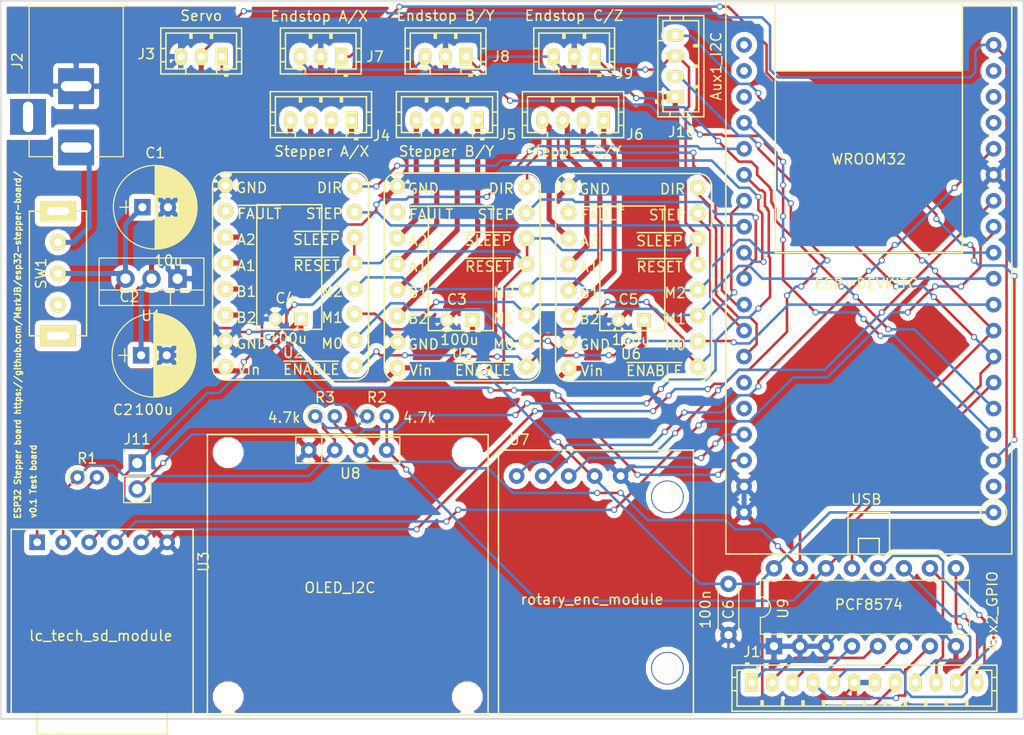
<source format=kicad_pcb>
(kicad_pcb (version 4) (host pcbnew 4.0.7-e2-6376~58~ubuntu16.04.1)
  (title_block (title "ESP32 Stepper Board") (date 2018-03-12) (rev 0.1A) (comment 1 "Test board for development purposes.") (comment 2 "Licence CC-BY-SA 3.0"))
  (layers (0 F.Cu signal) (31 B.Cu signal) (34 B.Paste user) (35 F.Paste user) (36 B.SilkS user) (37 F.SilkS user) (38 B.Mask user) (39 F.Mask user) (44 Edge.Cuts user))
  (net 0 "")
  (net 1 /12v)
  (net 2 /GND)
  (net 3 /5v)
  (net 4 /3v3)
  (net 5 /GPIO_EX0)
  (net 6 /GPIO_EX1)
  (net 7 /GPIO_EX2)
  (net 8 /GPIO_EX3)
  (net 9 /GPIO_EX4)
  (net 10 /GPIO_EX5)
  (net 11 /GPIO_EX6)
  (net 12 /GPIO_EX7)
  (net 13 "Net-(J2-Pad3)")
  (net 14 /SERVO)
  (net 15 /A/X_B2)
  (net 16 /A/X_B1)
  (net 17 /A/X_A1)
  (net 18 /A/X_A2)
  (net 19 /B/Y_B2)
  (net 20 /B/Y_B1)
  (net 21 /B/Y_A1)
  (net 22 /B/Y_A2)
  (net 23 /C/Z_B2)
  (net 24 /C/Z_B1)
  (net 25 /C/Z_A1)
  (net 26 /C/Z_A2)
  (net 27 /~ES_A/X)
  (net 28 /~ES_B/Y)
  (net 29 /~ES_C/Z)
  (net 30 /SDA1)
  (net 31 /SCL1)
  (net 32 /SD_MOSI)
  (net 33 /IO0)
  (net 34 "Net-(R1-Pad2)")
  (net 35 "Net-(U2-Pad2)")
  (net 36 /~STEP_EN)
  (net 37 /STEP_M0)
  (net 38 /STEP_M1)
  (net 39 /STEP_M2)
  (net 40 /A/X_STEP)
  (net 41 /A/X_DIR)
  (net 42 /SD_SCK)
  (net 43 /SD_MISO)
  (net 44 "Net-(U4-Pad2)")
  (net 45 /~PCFA_INT)
  (net 46 /RENC_DT)
  (net 47 /RENC_CLK)
  (net 48 "Net-(U4-Pad16)")
  (net 49 "Net-(U4-Pad17)")
  (net 50 "Net-(U4-Pad18)")
  (net 51 "Net-(U4-Pad20)")
  (net 52 "Net-(U4-Pad21)")
  (net 53 "Net-(U4-Pad22)")
  (net 54 /B/Y_STEP)
  (net 55 /B/Y_DIR)
  (net 56 /C/Z_STEP)
  (net 57 /C/Z_DIR)
  (net 58 /RX)
  (net 59 /TX)
  (net 60 /~RENC_SW)
  (net 61 "Net-(U5-Pad2)")
  (net 62 "Net-(U6-Pad2)")
  (net 63 /Vin)
  (module custom:Stepstick (layer F.Cu) (at 129.667 89.154)
    (fp_text reference U2 (at -0.254 8.763) (layer F.SilkS))
    (fp_text value STEPSTICK hide)
    (fp_text user DIR (at 3.302 -7.366) (layer F.SilkS))
    (fp_text user STEP (at 2.794 -4.826) (layer F.SilkS))
    (fp_text user ~SLEEP (at 2.032 -2.286) (layer F.SilkS))
    (fp_text user ~RESET (at 2.032 0.254) (layer F.SilkS))
    (fp_text user M2 (at 3.556 2.794) (layer F.SilkS))
    (fp_text user M1 (at 3.556 5.334) (layer F.SilkS))
    (fp_text user M0 (at 3.556 7.874) (layer F.SilkS))
    (fp_text user ~ENABLE (at 1.524 10.414) (layer F.SilkS))
    (fp_text user Vin (at -4.572 10.414) (layer F.SilkS))
    (fp_text user GND (at -4.318 7.874) (layer F.SilkS))
    (fp_text user B2 (at -4.826 5.334) (layer F.SilkS))
    (fp_text user B1 (at -4.826 2.794) (layer F.SilkS))
    (fp_text user A1 (at -4.826 0.254) (layer F.SilkS))
    (fp_text user A2 (at -4.826 -2.286) (layer F.SilkS))
    (fp_text user ~FAULT (at -3.556 -4.826) (layer F.SilkS))
    (fp_text user GND (at -4.318 -7.366) (layer F.SilkS))
    (pad 1 thru_hole circle (at -6.858 -7.62) (size 1.524 1.524) (drill 0.762) (layers *.Cu *.Mask F.SilkS) (net 2 /GND))
    (pad 2 thru_hole circle (at -6.858 -5.08) (size 1.524 1.524) (drill 0.762) (layers *.Cu *.Mask F.SilkS) (net 35 "Net-(U2-Pad2)"))
    (pad 3 thru_hole circle (at -6.858 -2.54) (size 1.524 1.524) (drill 0.762) (layers *.Cu *.Mask F.SilkS) (net 18 /A/X_A2))
    (pad 4 thru_hole circle (at -6.858 0) (size 1.524 1.524) (drill 0.762) (layers *.Cu *.Mask F.SilkS) (net 17 /A/X_A1))
    (pad 5 thru_hole circle (at -6.858 2.54) (size 1.524 1.524) (drill 0.762) (layers *.Cu *.Mask F.SilkS) (net 16 /A/X_B1))
    (pad 6 thru_hole circle (at -6.858 5.08) (size 1.524 1.524) (drill 0.762) (layers *.Cu *.Mask F.SilkS) (net 15 /A/X_B2))
    (pad 7 thru_hole circle (at -6.858 7.62) (size 1.524 1.524) (drill 0.762) (layers *.Cu *.Mask F.SilkS) (net 2 /GND))
    (pad 8 thru_hole circle (at -6.858 10.16) (size 1.524 1.524) (drill 0.762) (layers *.Cu *.Mask F.SilkS) (net 1 /12v))
    (pad 9 thru_hole circle (at 5.762 10) (size 1.524 1.524) (drill 0.762) (layers *.Cu *.Mask F.SilkS) (net 36 /~STEP_EN))
    (pad 10 thru_hole circle (at 5.762 7.5) (size 1.524 1.524) (drill 0.762) (layers *.Cu *.Mask F.SilkS) (net 37 /STEP_M0))
    (pad 11 thru_hole circle (at 5.762 5) (size 1.524 1.524) (drill 0.762) (layers *.Cu *.Mask F.SilkS) (net 38 /STEP_M1))
    (pad 12 thru_hole circle (at 5.762 2.5) (size 1.524 1.524) (drill 0.762) (layers *.Cu *.Mask F.SilkS) (net 39 /STEP_M2))
    (pad 13 thru_hole circle (at 5.762 0) (size 1.524 1.524) (drill 0.762) (layers *.Cu *.Mask F.SilkS) (net 4 /3v3))
    (pad 14 thru_hole circle (at 5.762 -2.5) (size 1.524 1.524) (drill 0.762) (layers *.Cu *.Mask F.SilkS) (net 4 /3v3))
    (pad 15 thru_hole circle (at 5.762 -5) (size 1.524 1.524) (drill 0.762) (layers *.Cu *.Mask F.SilkS) (net 40 /A/X_STEP))
    (pad 16 thru_hole circle (at 5.762 -7.5) (size 1.524 1.524) (drill 0.762) (layers *.Cu *.Mask F.SilkS) (net 41 /A/X_DIR))
  )
  (module custom:ssd1306_oled_0.96in (layer F.Cu) (at 130.937 107.442)
    (fp_text reference U8 (at 4.064 2.286) (layer F.SilkS))
    (fp_text value OLED_I2C (at 3.048 13.462) (layer F.SilkS))
    (pad 1 thru_hole circle (at 0 0) (size 1.524 1.524) (drill 0.762) (layers *.Cu *.Mask) (net 2 /GND))
    (pad 2 thru_hole circle (at 2.54 0) (size 1.524 1.524) (drill 0.762) (layers *.Cu *.Mask) (net 4 /3v3))
    (pad 3 thru_hole circle (at 5.08 0) (size 1.524 1.524) (drill 0.762) (layers *.Cu *.Mask) (net 31 /SCL1))
    (pad 4 thru_hole circle (at 7.62 0) (size 1.524 1.524) (drill 0.762) (layers *.Cu *.Mask) (net 30 /SDA1))
    (pad "" np_thru_hole circle (at -7.874 0.254) (size 2 2) (drill 2) (layers *.Cu *.Mask))
    (pad "" np_thru_hole circle (at 15.494 0.254) (size 2 2) (drill 2) (layers *.Cu *.Mask))
    (pad "" np_thru_hole circle (at -7.874 24.13) (size 2 2) (drill 2) (layers *.Cu *.Mask))
    (pad "" np_thru_hole circle (at 15.494 24.13) (size 2 2) (drill 2) (layers *.Cu *.Mask))
  )
  (module custom:DEVKITC (layer F.Cu) (at 197.866 113.538 180)
    (fp_text reference U4 hide)
    (fp_text value ESP-DEVKITC (at 12.446 22.352 180) (layer F.SilkS))
    (fp_text user WROOM32 (at 12.192 34.544 180) (layer F.SilkS))
    (fp_text user USB (at 12.446 1.27 180) (layer F.SilkS))
    (pad 1 thru_hole circle (at 0 0 180) (size 1.524 1.524) (drill 0.762) (layers *.Cu *.Mask) (net 4 /3v3))
    (pad 2 thru_hole circle (at 0 2.54 180) (size 1.524 1.524) (drill 0.762) (layers *.Cu *.Mask) (net 44 "Net-(U4-Pad2)"))
    (pad 3 thru_hole circle (at 0 5.08 180) (size 1.524 1.524) (drill 0.762) (layers *.Cu *.Mask) (net 27 /~ES_A/X))
    (pad 4 thru_hole circle (at 0 7.62 180) (size 1.524 1.524) (drill 0.762) (layers *.Cu *.Mask) (net 28 /~ES_B/Y))
    (pad 5 thru_hole circle (at 0 10.16 180) (size 1.524 1.524) (drill 0.762) (layers *.Cu *.Mask) (net 29 /~ES_C/Z))
    (pad 6 thru_hole circle (at 0 12.7 180) (size 1.524 1.524) (drill 0.762) (layers *.Cu *.Mask) (net 45 /~PCFA_INT))
    (pad 7 thru_hole circle (at 0 15.24 180) (size 1.524 1.524) (drill 0.762) (layers *.Cu *.Mask) (net 30 /SDA1))
    (pad 8 thru_hole circle (at 0 17.78 180) (size 1.524 1.524) (drill 0.762) (layers *.Cu *.Mask) (net 31 /SCL1))
    (pad 9 thru_hole circle (at 0 20.32 180) (size 1.524 1.524) (drill 0.762) (layers *.Cu *.Mask) (net 37 /STEP_M0))
    (pad 10 thru_hole circle (at 0 22.86 180) (size 1.524 1.524) (drill 0.762) (layers *.Cu *.Mask) (net 38 /STEP_M1))
    (pad 11 thru_hole circle (at 0 25.4 180) (size 1.524 1.524) (drill 0.762) (layers *.Cu *.Mask) (net 39 /STEP_M2))
    (pad 12 thru_hole circle (at 0 27.94 180) (size 1.524 1.524) (drill 0.762) (layers *.Cu *.Mask) (net 42 /SD_SCK))
    (pad 13 thru_hole circle (at 0 30.48 180) (size 1.524 1.524) (drill 0.762) (layers *.Cu *.Mask) (net 46 /RENC_DT))
    (pad 14 thru_hole circle (at 0 33.02 180) (size 1.524 1.524) (drill 0.762) (layers *.Cu *.Mask) (net 2 /GND))
    (pad 15 thru_hole circle (at 0 35.56 180) (size 1.524 1.524) (drill 0.762) (layers *.Cu *.Mask) (net 47 /RENC_CLK))
    (pad 16 thru_hole circle (at 0 38.1 180) (size 1.524 1.524) (drill 0.762) (layers *.Cu *.Mask) (net 48 "Net-(U4-Pad16)"))
    (pad 17 thru_hole circle (at 0 40.64 180) (size 1.524 1.524) (drill 0.762) (layers *.Cu *.Mask) (net 49 "Net-(U4-Pad17)"))
    (pad 18 thru_hole circle (at 0 43.18 180) (size 1.524 1.524) (drill 0.762) (layers *.Cu *.Mask) (net 50 "Net-(U4-Pad18)"))
    (pad 19 thru_hole circle (at 0 45.72 180) (size 1.524 1.524) (drill 0.762) (layers *.Cu *.Mask) (net 3 /5v))
    (pad 20 thru_hole circle (at 24.384 45.72 180) (size 1.524 1.524) (drill 0.762) (layers *.Cu *.Mask) (net 51 "Net-(U4-Pad20)"))
    (pad 21 thru_hole circle (at 24.384 43.18 180) (size 1.524 1.524) (drill 0.762) (layers *.Cu *.Mask) (net 52 "Net-(U4-Pad21)"))
    (pad 22 thru_hole circle (at 24.384 40.64 180) (size 1.524 1.524) (drill 0.762) (layers *.Cu *.Mask) (net 53 "Net-(U4-Pad22)"))
    (pad 23 thru_hole circle (at 24.384 38.1 180) (size 1.524 1.524) (drill 0.762) (layers *.Cu *.Mask) (net 43 /SD_MISO))
    (pad 24 thru_hole circle (at 24.384 35.56 180) (size 1.524 1.524) (drill 0.762) (layers *.Cu *.Mask) (net 32 /SD_MOSI))
    (pad 25 thru_hole circle (at 24.384 33.02 180) (size 1.524 1.524) (drill 0.762) (layers *.Cu *.Mask) (net 33 /IO0))
    (pad 26 thru_hole circle (at 24.384 30.48 180) (size 1.524 1.524) (drill 0.762) (layers *.Cu *.Mask) (net 36 /~STEP_EN))
    (pad 27 thru_hole circle (at 24.384 27.94 180) (size 1.524 1.524) (drill 0.762) (layers *.Cu *.Mask) (net 40 /A/X_STEP))
    (pad 28 thru_hole circle (at 24.384 25.4 180) (size 1.524 1.524) (drill 0.762) (layers *.Cu *.Mask) (net 41 /A/X_DIR))
    (pad 29 thru_hole circle (at 24.384 22.86 180) (size 1.524 1.524) (drill 0.762) (layers *.Cu *.Mask) (net 54 /B/Y_STEP))
    (pad 30 thru_hole circle (at 24.384 20.32 180) (size 1.524 1.524) (drill 0.762) (layers *.Cu *.Mask) (net 55 /B/Y_DIR))
    (pad 31 thru_hole circle (at 24.384 17.78 180) (size 1.524 1.524) (drill 0.762) (layers *.Cu *.Mask) (net 56 /C/Z_STEP))
    (pad 32 thru_hole circle (at 24.384 15.24 180) (size 1.524 1.524) (drill 0.762) (layers *.Cu *.Mask) (net 57 /C/Z_DIR))
    (pad 33 thru_hole circle (at 24.384 12.7 180) (size 1.524 1.524) (drill 0.762) (layers *.Cu *.Mask) (net 58 /RX))
    (pad 34 thru_hole circle (at 24.384 10.16 180) (size 1.524 1.524) (drill 0.762) (layers *.Cu *.Mask) (net 59 /TX))
    (pad 35 thru_hole circle (at 24.384 7.62 180) (size 1.524 1.524) (drill 0.762) (layers *.Cu *.Mask) (net 60 /~RENC_SW))
    (pad 36 thru_hole circle (at 24.384 5.08 180) (size 1.524 1.524) (drill 0.762) (layers *.Cu *.Mask) (net 14 /SERVO))
    (pad 37 thru_hole circle (at 24.384 2.54 180) (size 1.524 1.524) (drill 0.762) (layers *.Cu *.Mask) (net 2 /GND))
    (pad 38 thru_hole circle (at 24.384 0 180) (size 1.524 1.524) (drill 0.762) (layers *.Cu *.Mask) (net 2 /GND))
  )
  (module Capacitors_ThroughHole:CP_Radial_D8.0mm_P2.50mm (layer F.Cu) (at 114.681 83.693)
    (fp_text reference C1 (at 1.25 -5.31) (layer F.SilkS))
    (fp_text value 10u (at 2.54 5.207) (layer F.SilkS))
    (pad 1 thru_hole rect (at 0 0) (size 1.6 1.6) (drill 0.8) (layers *.Cu *.Mask) (net 1 /12v))
    (pad 2 thru_hole circle (at 2.5 0) (size 1.6 1.6) (drill 0.8) (layers *.Cu *.Mask) (net 2 /GND))
  )
  (module Capacitors_ThroughHole:CP_Radial_D8.0mm_P2.50mm (layer F.Cu) (at 114.554 98.171)
    (fp_text reference C2 (at -1.143 -5.715) (layer F.SilkS))
    (fp_text value 100u (at 1.25 5.31) (layer F.SilkS))
    (fp_text user %R (at -1.778 5.334) (layer F.SilkS))
    (pad 1 thru_hole rect (at 0 0) (size 1.6 1.6) (drill 0.8) (layers *.Cu *.Mask) (net 3 /5v))
    (pad 2 thru_hole circle (at 2.5 0) (size 1.6 1.6) (drill 0.8) (layers *.Cu *.Mask) (net 2 /GND))
  )
  (module custom:C_Radial_lying_flat_D8_L11_P2.5 (layer F.Cu) (at 146.939 94.742 180)
    (fp_text reference C3 (at 1.524 2.032 180) (layer F.SilkS))
    (fp_text value 100u (at 1.27 -1.905 180) (layer F.SilkS))
    (pad 2 thru_hole circle (at 2.5 0 180) (size 1.3 1.3) (drill 0.8) (layers *.Cu *.Mask F.SilkS) (net 2 /GND))
    (pad 1 thru_hole rect (at 0 0 180) (size 1.3 1.3) (drill 0.8) (layers *.Cu *.Mask F.SilkS) (net 1 /12v))
  )
  (module custom:C_Radial_lying_flat_D8_L11_P2.5 (layer F.Cu) (at 130.175 94.615 180)
    (fp_text reference C4 (at 1.524 2.032 180) (layer F.SilkS))
    (fp_text value 100u (at 1.27 -1.905 180) (layer F.SilkS))
    (pad 2 thru_hole circle (at 2.5 0 180) (size 1.3 1.3) (drill 0.8) (layers *.Cu *.Mask F.SilkS) (net 2 /GND))
    (pad 1 thru_hole rect (at 0 0 180) (size 1.3 1.3) (drill 0.8) (layers *.Cu *.Mask F.SilkS) (net 1 /12v))
  )
  (module custom:C_Radial_lying_flat_D8_L11_P2.5 (layer F.Cu) (at 163.703 94.742 180)
    (fp_text reference C5 (at 1.524 2.032 180) (layer F.SilkS))
    (fp_text value 100u (at 1.27 -1.905 180) (layer F.SilkS))
    (pad 2 thru_hole circle (at 2.5 0 180) (size 1.3 1.3) (drill 0.8) (layers *.Cu *.Mask F.SilkS) (net 2 /GND))
    (pad 1 thru_hole rect (at 0 0 180) (size 1.3 1.3) (drill 0.8) (layers *.Cu *.Mask F.SilkS) (net 1 /12v))
  )
  (module Capacitors_ThroughHole:C_Disc_D4.3mm_W1.9mm_P5.00mm (layer F.Cu) (at 171.958 120.523 270)
    (fp_text reference C6 hide)
    (fp_text value 100n (at 2.5 2.26 270) (layer F.SilkS))
    (fp_text user %R (at 2.5 0 270) (layer F.SilkS))
    (pad 1 thru_hole circle (at 0 0 270) (size 1.6 1.6) (drill 0.8) (layers *.Cu *.Mask) (net 4 /3v3))
    (pad 2 thru_hole circle (at 5 0 270) (size 1.6 1.6) (drill 0.8) (layers *.Cu *.Mask) (net 2 /GND))
  )
  (module Connectors_JST:JST_PH_B12B-PH-K_12x2.00mm_Straight (layer F.Cu) (at 174.244 130.175)
    (fp_text reference J1 (at 0 -3) (layer F.SilkS))
    (fp_text value Aux2_GPIO (at 23.495 -6.985 90) (layer F.SilkS))
    (pad 1 thru_hole rect (at 0 0) (size 1.2 1.7) (drill 0.7) (layers *.Cu *.Mask F.SilkS) (net 5 /GPIO_EX0))
    (pad 2 thru_hole oval (at 2 0) (size 1.2 1.7) (drill 0.7) (layers *.Cu *.Mask F.SilkS) (net 6 /GPIO_EX1))
    (pad 3 thru_hole oval (at 4 0) (size 1.2 1.7) (drill 0.7) (layers *.Cu *.Mask F.SilkS) (net 7 /GPIO_EX2))
    (pad 4 thru_hole oval (at 6 0) (size 1.2 1.7) (drill 0.7) (layers *.Cu *.Mask F.SilkS) (net 8 /GPIO_EX3))
    (pad 5 thru_hole oval (at 8 0) (size 1.2 1.7) (drill 0.7) (layers *.Cu *.Mask F.SilkS) (net 3 /5v))
    (pad 6 thru_hole oval (at 10 0) (size 1.2 1.7) (drill 0.7) (layers *.Cu *.Mask F.SilkS) (net 2 /GND))
    (pad 7 thru_hole oval (at 12 0) (size 1.2 1.7) (drill 0.7) (layers *.Cu *.Mask F.SilkS) (net 2 /GND))
    (pad 8 thru_hole oval (at 14 0) (size 1.2 1.7) (drill 0.7) (layers *.Cu *.Mask F.SilkS) (net 4 /3v3))
    (pad 9 thru_hole oval (at 16 0) (size 1.2 1.7) (drill 0.7) (layers *.Cu *.Mask F.SilkS) (net 9 /GPIO_EX4))
    (pad 10 thru_hole oval (at 18 0) (size 1.2 1.7) (drill 0.7) (layers *.Cu *.Mask F.SilkS) (net 10 /GPIO_EX5))
    (pad 11 thru_hole oval (at 20 0) (size 1.2 1.7) (drill 0.7) (layers *.Cu *.Mask F.SilkS) (net 11 /GPIO_EX6))
    (pad 12 thru_hole oval (at 22 0) (size 1.2 1.7) (drill 0.7) (layers *.Cu *.Mask F.SilkS) (net 12 /GPIO_EX7))
  )
  (module Connect:BARREL_JACK (layer F.Cu) (at 108.204 77.851 270)
    (fp_text reference J2 (at -8.45 5.75 450) (layer F.SilkS))
    (fp_text value DC_PWR hide)
    (pad 1 thru_hole rect (at 0 0 270) (size 3.5 3.5) (drill oval 1 3) (layers *.Cu *.Mask) (net 63 /Vin))
    (pad 2 thru_hole rect (at -6 0 270) (size 3.5 3.5) (drill oval 1 3) (layers *.Cu *.Mask) (net 2 /GND))
    (pad 3 thru_hole rect (at -3 4.7 270) (size 3.5 3.5) (drill oval 3 1) (layers *.Cu *.Mask) (net 13 "Net-(J2-Pad3)"))
  )
  (module Connectors_JST:JST_PH_B3B-PH-K_03x2.00mm_Straight (layer F.Cu) (at 122.428 68.961 180)
    (fp_text reference J3 (at 7.366 0.254 180) (layer F.SilkS))
    (fp_text value Servo (at 2 4 180) (layer F.SilkS))
    (pad 1 thru_hole rect (at 0 0 180) (size 1.2 1.7) (drill 0.7) (layers *.Cu *.Mask F.SilkS) (net 14 /SERVO))
    (pad 2 thru_hole oval (at 2 0 180) (size 1.2 1.7) (drill 0.7) (layers *.Cu *.Mask F.SilkS) (net 3 /5v))
    (pad 3 thru_hole oval (at 4 0 180) (size 1.2 1.7) (drill 0.7) (layers *.Cu *.Mask F.SilkS) (net 2 /GND))
  )
  (module Connectors_JST:JST_PH_B4B-PH-K_04x2.00mm_Straight (layer F.Cu) (at 135.128 75.184 180)
    (fp_text reference J4 (at -2.921 -1.524 180) (layer F.SilkS))
    (fp_text value "Stepper A/X" (at 2.921 -3.048 180) (layer F.SilkS))
    (pad 1 thru_hole rect (at 0 0 180) (size 1.2 1.7) (drill 0.7) (layers *.Cu *.Mask F.SilkS) (net 15 /A/X_B2))
    (pad 2 thru_hole oval (at 2 0 180) (size 1.2 1.7) (drill 0.7) (layers *.Cu *.Mask F.SilkS) (net 16 /A/X_B1))
    (pad 3 thru_hole oval (at 4 0 180) (size 1.2 1.7) (drill 0.7) (layers *.Cu *.Mask F.SilkS) (net 17 /A/X_A1))
    (pad 4 thru_hole oval (at 6 0 180) (size 1.2 1.7) (drill 0.7) (layers *.Cu *.Mask F.SilkS) (net 18 /A/X_A2))
  )
  (module Connectors_JST:JST_PH_B4B-PH-K_04x2.00mm_Straight (layer F.Cu) (at 147.447 75.184 180)
    (fp_text reference J5 (at -2.921 -1.397 180) (layer F.SilkS))
    (fp_text value "Stepper B/Y" (at 3.048 -3.048 180) (layer F.SilkS))
    (pad 1 thru_hole rect (at 0 0 180) (size 1.2 1.7) (drill 0.7) (layers *.Cu *.Mask F.SilkS) (net 19 /B/Y_B2))
    (pad 2 thru_hole oval (at 2 0 180) (size 1.2 1.7) (drill 0.7) (layers *.Cu *.Mask F.SilkS) (net 20 /B/Y_B1))
    (pad 3 thru_hole oval (at 4 0 180) (size 1.2 1.7) (drill 0.7) (layers *.Cu *.Mask F.SilkS) (net 21 /B/Y_A1))
    (pad 4 thru_hole oval (at 6 0 180) (size 1.2 1.7) (drill 0.7) (layers *.Cu *.Mask F.SilkS) (net 22 /B/Y_A2))
  )
  (module Connectors_JST:JST_PH_B4B-PH-K_04x2.00mm_Straight (layer F.Cu) (at 159.766 75.184 180)
    (fp_text reference J6 (at -3.048 -1.397 180) (layer F.SilkS))
    (fp_text value "Stepper C/Y" (at 2.921 -3.048 180) (layer F.SilkS))
    (pad 1 thru_hole rect (at 0 0 180) (size 1.2 1.7) (drill 0.7) (layers *.Cu *.Mask F.SilkS) (net 23 /C/Z_B2))
    (pad 2 thru_hole oval (at 2 0 180) (size 1.2 1.7) (drill 0.7) (layers *.Cu *.Mask F.SilkS) (net 24 /C/Z_B1))
    (pad 3 thru_hole oval (at 4 0 180) (size 1.2 1.7) (drill 0.7) (layers *.Cu *.Mask F.SilkS) (net 25 /C/Z_A1))
    (pad 4 thru_hole oval (at 6 0 180) (size 1.2 1.7) (drill 0.7) (layers *.Cu *.Mask F.SilkS) (net 26 /C/Z_A2))
  )
  (module Connectors_JST:JST_PH_B3B-PH-K_03x2.00mm_Straight (layer F.Cu) (at 134.112 68.961 180)
    (fp_text reference J7 (at -3.302 0 180) (layer F.SilkS))
    (fp_text value "Endstop A/X" (at 2.159 3.937 180) (layer F.SilkS))
    (pad 1 thru_hole rect (at 0 0 180) (size 1.2 1.7) (drill 0.7) (layers *.Cu *.Mask F.SilkS) (net 27 /~ES_A/X))
    (pad 2 thru_hole oval (at 2 0 180) (size 1.2 1.7) (drill 0.7) (layers *.Cu *.Mask F.SilkS) (net 2 /GND))
    (pad 3 thru_hole oval (at 4 0 180) (size 1.2 1.7) (drill 0.7) (layers *.Cu *.Mask F.SilkS) (net 4 /3v3))
  )
  (module Connectors_JST:JST_PH_B3B-PH-K_03x2.00mm_Straight (layer F.Cu) (at 146.304 68.961 180)
    (fp_text reference J8 (at -3.429 0 180) (layer F.SilkS))
    (fp_text value "Endstop B/Y" (at 2 4 180) (layer F.SilkS))
    (pad 1 thru_hole rect (at 0 0 180) (size 1.2 1.7) (drill 0.7) (layers *.Cu *.Mask F.SilkS) (net 28 /~ES_B/Y))
    (pad 2 thru_hole oval (at 2 0 180) (size 1.2 1.7) (drill 0.7) (layers *.Cu *.Mask F.SilkS) (net 2 /GND))
    (pad 3 thru_hole oval (at 4 0 180) (size 1.2 1.7) (drill 0.7) (layers *.Cu *.Mask F.SilkS) (net 4 /3v3))
  )
  (module Connectors_JST:JST_PH_B3B-PH-K_03x2.00mm_Straight (layer F.Cu) (at 158.877 68.961 180)
    (fp_text reference J9 (at -2.921 -1.651 180) (layer F.SilkS))
    (fp_text value "Endstop C/Z" (at 2 4 180) (layer F.SilkS))
    (pad 1 thru_hole rect (at 0 0 180) (size 1.2 1.7) (drill 0.7) (layers *.Cu *.Mask F.SilkS) (net 29 /~ES_C/Z))
    (pad 2 thru_hole oval (at 2 0 180) (size 1.2 1.7) (drill 0.7) (layers *.Cu *.Mask F.SilkS) (net 2 /GND))
    (pad 3 thru_hole oval (at 4 0 180) (size 1.2 1.7) (drill 0.7) (layers *.Cu *.Mask F.SilkS) (net 4 /3v3))
  )
  (module Connectors_JST:JST_PH_B4B-PH-K_04x2.00mm_Straight (layer F.Cu) (at 166.751 72.898 90)
    (fp_text reference J10 (at -3.429 0.635 180) (layer F.SilkS))
    (fp_text value Aux1_I2C (at 3 4 90) (layer F.SilkS))
    (pad 1 thru_hole rect (at 0 0 90) (size 1.2 1.7) (drill 0.7) (layers *.Cu *.Mask F.SilkS) (net 2 /GND))
    (pad 2 thru_hole oval (at 2 0 90) (size 1.2 1.7) (drill 0.7) (layers *.Cu *.Mask F.SilkS) (net 30 /SDA1))
    (pad 3 thru_hole oval (at 4 0 90) (size 1.2 1.7) (drill 0.7) (layers *.Cu *.Mask F.SilkS) (net 4 /3v3))
    (pad 4 thru_hole oval (at 6 0 90) (size 1.2 1.7) (drill 0.7) (layers *.Cu *.Mask F.SilkS) (net 31 /SCL1))
  )
  (module Pin_Headers:Pin_Header_Straight_1x02_Pitch2.54mm (layer F.Cu) (at 114.173 108.712)
    (fp_text reference J11 (at 0 -2.33) (layer F.SilkS))
    (fp_text value IO0_IO2_JP)
    (pad 1 thru_hole rect (at 0 0) (size 1.7 1.7) (drill 1) (layers *.Cu *.Mask) (net 32 /SD_MOSI))
    (pad 2 thru_hole oval (at 0 2.54) (size 1.7 1.7) (drill 1) (layers *.Cu *.Mask) (net 33 /IO0))
  )
  (module Resistors_ThroughHole:R_Axial_DIN0204_L3.6mm_D1.6mm_P1.90mm_Vertical (layer F.Cu) (at 108.331 110.109)
    (fp_text reference R1 (at 0.95 -1.86) (layer F.SilkS))
    (fp_text value 10k)
    (pad 1 thru_hole circle (at 0 0) (size 1.4 1.4) (drill 0.7) (layers *.Cu *.Mask) (net 4 /3v3))
    (pad 2 thru_hole oval (at 1.9 0) (size 1.4 1.4) (drill 0.7) (layers *.Cu *.Mask) (net 34 "Net-(R1-Pad2)"))
  )
  (module Resistors_ThroughHole:R_Axial_DIN0204_L3.6mm_D1.6mm_P1.90mm_Vertical (layer F.Cu) (at 136.652 104.14)
    (fp_text reference R2 (at 0.95 -1.86) (layer F.SilkS))
    (fp_text value 4.7k (at 5.08 0.127) (layer F.SilkS))
    (pad 1 thru_hole circle (at 0 0) (size 1.4 1.4) (drill 0.7) (layers *.Cu *.Mask) (net 4 /3v3))
    (pad 2 thru_hole oval (at 1.9 0) (size 1.4 1.4) (drill 0.7) (layers *.Cu *.Mask) (net 30 /SDA1))
  )
  (module Resistors_ThroughHole:R_Axial_DIN0204_L3.6mm_D1.6mm_P1.90mm_Vertical (layer F.Cu) (at 131.572 104.14)
    (fp_text reference R3 (at 0.95 -1.86) (layer F.SilkS))
    (fp_text value 4.7k (at -3.048 0.127) (layer F.SilkS))
    (pad 1 thru_hole circle (at 0 0) (size 1.4 1.4) (drill 0.7) (layers *.Cu *.Mask) (net 4 /3v3))
    (pad 2 thru_hole oval (at 1.9 0) (size 1.4 1.4) (drill 0.7) (layers *.Cu *.Mask) (net 31 /SCL1))
  )
  (module TO_SOT_Packages_THT:TO-220-3_Vertical (layer F.Cu) (at 118.11 90.678 180)
    (fp_text reference U1 (at 2.54 -3.62 180) (layer F.SilkS))
    (fp_text value LM1117-5.0 hide)
    (pad 1 thru_hole rect (at 0 0 180) (size 1.8 1.8) (drill 1) (layers *.Cu *.Mask) (net 2 /GND))
    (pad 2 thru_hole oval (at 2.54 0 180) (size 1.8 1.8) (drill 1) (layers *.Cu *.Mask) (net 3 /5v))
    (pad 3 thru_hole oval (at 5.08 0 180) (size 1.8 1.8) (drill 1) (layers *.Cu *.Mask) (net 1 /12v))
  )
  (module custom:lc_tech_sd_module (layer F.Cu) (at 104.394 116.459 270)
    (fp_text reference U3 (at 1.905 -16.256 270) (layer F.SilkS))
    (fp_text value lc_tech_sd_module (at 9.144 -6.223 360) (layer F.SilkS))
    (pad 1 thru_hole rect (at 0 0 270) (size 1.524 1.524) (drill 0.762) (layers *.Cu *.Mask) (net 4 /3v3))
    (pad 2 thru_hole circle (at 0 -2.54 270) (size 1.524 1.524) (drill 0.762) (layers *.Cu *.Mask) (net 34 "Net-(R1-Pad2)"))
    (pad 3 thru_hole circle (at 0 -5.08 270) (size 1.524 1.524) (drill 0.762) (layers *.Cu *.Mask) (net 32 /SD_MOSI))
    (pad 4 thru_hole circle (at 0 -7.62 270) (size 1.524 1.524) (drill 0.762) (layers *.Cu *.Mask) (net 42 /SD_SCK))
    (pad 5 thru_hole circle (at 0 -10.16 270) (size 1.524 1.524) (drill 0.762) (layers *.Cu *.Mask) (net 43 /SD_MISO))
    (pad 6 thru_hole circle (at 0 -12.7 270) (size 1.524 1.524) (drill 0.762) (layers *.Cu *.Mask) (net 2 /GND))
  )
  (module custom:Stepstick (layer F.Cu) (at 146.449001 89.24)
    (fp_text reference U5 (at -0.526001 8.804) (layer F.SilkS))
    (fp_text value STEPSTICK hide)
    (fp_text user DIR (at 3.302 -7.366) (layer F.SilkS))
    (fp_text user STEP (at 2.794 -4.826) (layer F.SilkS))
    (fp_text user ~SLEEP (at 2.032 -2.286) (layer F.SilkS))
    (fp_text user ~RESET (at 2.032 0.254) (layer F.SilkS))
    (fp_text user M2 (at 3.556 2.794) (layer F.SilkS))
    (fp_text user M1 (at 3.556 5.334) (layer F.SilkS))
    (fp_text user M0 (at 3.556 7.874) (layer F.SilkS))
    (fp_text user ~ENABLE (at 1.524 10.414) (layer F.SilkS))
    (fp_text user Vin (at -4.572 10.414) (layer F.SilkS))
    (fp_text user GND (at -4.318 7.874) (layer F.SilkS))
    (fp_text user B2 (at -4.826 5.334) (layer F.SilkS))
    (fp_text user B1 (at -4.826 2.794) (layer F.SilkS))
    (fp_text user A1 (at -4.826 0.254) (layer F.SilkS))
    (fp_text user A2 (at -4.826 -2.286) (layer F.SilkS))
    (fp_text user ~FAULT (at -3.556 -4.826) (layer F.SilkS))
    (fp_text user GND (at -4.318 -7.366) (layer F.SilkS))
    (pad 1 thru_hole circle (at -6.858 -7.62) (size 1.524 1.524) (drill 0.762) (layers *.Cu *.Mask F.SilkS) (net 2 /GND))
    (pad 2 thru_hole circle (at -6.858 -5.08) (size 1.524 1.524) (drill 0.762) (layers *.Cu *.Mask F.SilkS) (net 61 "Net-(U5-Pad2)"))
    (pad 3 thru_hole circle (at -6.858 -2.54) (size 1.524 1.524) (drill 0.762) (layers *.Cu *.Mask F.SilkS) (net 22 /B/Y_A2))
    (pad 4 thru_hole circle (at -6.858 0) (size 1.524 1.524) (drill 0.762) (layers *.Cu *.Mask F.SilkS) (net 21 /B/Y_A1))
    (pad 5 thru_hole circle (at -6.858 2.54) (size 1.524 1.524) (drill 0.762) (layers *.Cu *.Mask F.SilkS) (net 20 /B/Y_B1))
    (pad 6 thru_hole circle (at -6.858 5.08) (size 1.524 1.524) (drill 0.762) (layers *.Cu *.Mask F.SilkS) (net 19 /B/Y_B2))
    (pad 7 thru_hole circle (at -6.858 7.62) (size 1.524 1.524) (drill 0.762) (layers *.Cu *.Mask F.SilkS) (net 2 /GND))
    (pad 8 thru_hole circle (at -6.858 10.16) (size 1.524 1.524) (drill 0.762) (layers *.Cu *.Mask F.SilkS) (net 1 /12v))
    (pad 9 thru_hole circle (at 5.762 10) (size 1.524 1.524) (drill 0.762) (layers *.Cu *.Mask F.SilkS) (net 36 /~STEP_EN))
    (pad 10 thru_hole circle (at 5.762 7.5) (size 1.524 1.524) (drill 0.762) (layers *.Cu *.Mask F.SilkS) (net 37 /STEP_M0))
    (pad 11 thru_hole circle (at 5.762 5) (size 1.524 1.524) (drill 0.762) (layers *.Cu *.Mask F.SilkS) (net 38 /STEP_M1))
    (pad 12 thru_hole circle (at 5.762 2.5) (size 1.524 1.524) (drill 0.762) (layers *.Cu *.Mask F.SilkS) (net 39 /STEP_M2))
    (pad 13 thru_hole circle (at 5.762 0) (size 1.524 1.524) (drill 0.762) (layers *.Cu *.Mask F.SilkS) (net 4 /3v3))
    (pad 14 thru_hole circle (at 5.762 -2.5) (size 1.524 1.524) (drill 0.762) (layers *.Cu *.Mask F.SilkS) (net 4 /3v3))
    (pad 15 thru_hole circle (at 5.762 -5) (size 1.524 1.524) (drill 0.762) (layers *.Cu *.Mask F.SilkS) (net 54 /B/Y_STEP))
    (pad 16 thru_hole circle (at 5.762 -7.5) (size 1.524 1.524) (drill 0.762) (layers *.Cu *.Mask F.SilkS) (net 55 /B/Y_DIR))
  )
  (module custom:Stepstick (layer F.Cu) (at 163.195 89.281)
    (fp_text reference U6 (at -0.762 8.763) (layer F.SilkS))
    (fp_text value STEPSTICK hide)
    (fp_text user DIR (at 3.302 -7.366) (layer F.SilkS))
    (fp_text user STEP (at 2.794 -4.826) (layer F.SilkS))
    (fp_text user ~SLEEP (at 2.032 -2.286) (layer F.SilkS))
    (fp_text user ~RESET (at 2.032 0.254) (layer F.SilkS))
    (fp_text user M2 (at 3.556 2.794) (layer F.SilkS))
    (fp_text user M1 (at 3.556 5.334) (layer F.SilkS))
    (fp_text user M0 (at 3.556 7.874) (layer F.SilkS))
    (fp_text user ~ENABLE (at 1.524 10.414) (layer F.SilkS))
    (fp_text user Vin (at -4.572 10.414) (layer F.SilkS))
    (fp_text user GND (at -4.318 7.874) (layer F.SilkS))
    (fp_text user B2 (at -4.826 5.334) (layer F.SilkS))
    (fp_text user B1 (at -4.826 2.794) (layer F.SilkS))
    (fp_text user A1 (at -4.826 0.254) (layer F.SilkS))
    (fp_text user A2 (at -4.826 -2.286) (layer F.SilkS))
    (fp_text user ~FAULT (at -3.556 -4.826) (layer F.SilkS))
    (fp_text user GND (at -4.318 -7.366) (layer F.SilkS))
    (pad 1 thru_hole circle (at -6.858 -7.62) (size 1.524 1.524) (drill 0.762) (layers *.Cu *.Mask F.SilkS) (net 2 /GND))
    (pad 2 thru_hole circle (at -6.858 -5.08) (size 1.524 1.524) (drill 0.762) (layers *.Cu *.Mask F.SilkS) (net 62 "Net-(U6-Pad2)"))
    (pad 3 thru_hole circle (at -6.858 -2.54) (size 1.524 1.524) (drill 0.762) (layers *.Cu *.Mask F.SilkS) (net 26 /C/Z_A2))
    (pad 4 thru_hole circle (at -6.858 0) (size 1.524 1.524) (drill 0.762) (layers *.Cu *.Mask F.SilkS) (net 25 /C/Z_A1))
    (pad 5 thru_hole circle (at -6.858 2.54) (size 1.524 1.524) (drill 0.762) (layers *.Cu *.Mask F.SilkS) (net 24 /C/Z_B1))
    (pad 6 thru_hole circle (at -6.858 5.08) (size 1.524 1.524) (drill 0.762) (layers *.Cu *.Mask F.SilkS) (net 23 /C/Z_B2))
    (pad 7 thru_hole circle (at -6.858 7.62) (size 1.524 1.524) (drill 0.762) (layers *.Cu *.Mask F.SilkS) (net 2 /GND))
    (pad 8 thru_hole circle (at -6.858 10.16) (size 1.524 1.524) (drill 0.762) (layers *.Cu *.Mask F.SilkS) (net 1 /12v))
    (pad 9 thru_hole circle (at 5.762 10) (size 1.524 1.524) (drill 0.762) (layers *.Cu *.Mask F.SilkS) (net 36 /~STEP_EN))
    (pad 10 thru_hole circle (at 5.762 7.5) (size 1.524 1.524) (drill 0.762) (layers *.Cu *.Mask F.SilkS) (net 37 /STEP_M0))
    (pad 11 thru_hole circle (at 5.762 5) (size 1.524 1.524) (drill 0.762) (layers *.Cu *.Mask F.SilkS) (net 38 /STEP_M1))
    (pad 12 thru_hole circle (at 5.762 2.5) (size 1.524 1.524) (drill 0.762) (layers *.Cu *.Mask F.SilkS) (net 39 /STEP_M2))
    (pad 13 thru_hole circle (at 5.762 0) (size 1.524 1.524) (drill 0.762) (layers *.Cu *.Mask F.SilkS) (net 4 /3v3))
    (pad 14 thru_hole circle (at 5.762 -2.5) (size 1.524 1.524) (drill 0.762) (layers *.Cu *.Mask F.SilkS) (net 4 /3v3))
    (pad 15 thru_hole circle (at 5.762 -5) (size 1.524 1.524) (drill 0.762) (layers *.Cu *.Mask F.SilkS) (net 56 /C/Z_STEP))
    (pad 16 thru_hole circle (at 5.762 -7.5) (size 1.524 1.524) (drill 0.762) (layers *.Cu *.Mask F.SilkS) (net 57 /C/Z_DIR))
  )
  (module custom:ky-040-rotary-encoder-module (layer F.Cu) (at 151.257 109.982)
    (fp_text reference U7 (at 0.254 -3.556) (layer F.SilkS))
    (fp_text value rotary_enc_module (at 7.366 12.065) (layer F.SilkS))
    (pad 1 thru_hole circle (at 0 0) (size 1.524 1.524) (drill 0.76) (layers *.Cu *.Mask) (net 47 /RENC_CLK))
    (pad 2 thru_hole circle (at 2.54 0) (size 1.524 1.524) (drill 0.76) (layers *.Cu *.Mask) (net 46 /RENC_DT))
    (pad 3 thru_hole circle (at 5.08 0) (size 1.524 1.524) (drill 0.76) (layers *.Cu *.Mask) (net 60 /~RENC_SW))
    (pad 4 thru_hole circle (at 7.62 0) (size 1.524 1.524) (drill 0.76) (layers *.Cu *.Mask) (net 4 /3v3))
    (pad 5 thru_hole circle (at 10.16 0) (size 1.524 1.524) (drill 0.76) (layers *.Cu *.Mask) (net 2 /GND))
    (pad "" np_thru_hole circle (at 14.732 2.032) (size 3.2 3.2) (drill 3) (layers *.Cu *.Mask))
    (pad "" np_thru_hole circle (at 14.732 18.796) (size 3.2 3.2) (drill 3) (layers *.Cu *.Mask))
  )
  (module Housings_DIP:DIP-16_W7.62mm (layer F.Cu) (at 176.403 126.619 90)
    (fp_text reference U9 (at 3.683 0.889 90) (layer F.SilkS))
    (fp_text value PCF8574 (at 4.064 9.271 180) (layer F.SilkS))
    (pad 1 thru_hole rect (at 0 0 90) (size 1.6 1.6) (drill 0.8) (layers *.Cu *.Mask) (net 2 /GND))
    (pad 9 thru_hole oval (at 7.62 17.78 90) (size 1.6 1.6) (drill 0.8) (layers *.Cu *.Mask) (net 9 /GPIO_EX4))
    (pad 2 thru_hole oval (at 0 2.54 90) (size 1.6 1.6) (drill 0.8) (layers *.Cu *.Mask) (net 2 /GND))
    (pad 10 thru_hole oval (at 7.62 15.24 90) (size 1.6 1.6) (drill 0.8) (layers *.Cu *.Mask) (net 10 /GPIO_EX5))
    (pad 3 thru_hole oval (at 0 5.08 90) (size 1.6 1.6) (drill 0.8) (layers *.Cu *.Mask) (net 2 /GND))
    (pad 11 thru_hole oval (at 7.62 12.7 90) (size 1.6 1.6) (drill 0.8) (layers *.Cu *.Mask) (net 11 /GPIO_EX6))
    (pad 4 thru_hole oval (at 0 7.62 90) (size 1.6 1.6) (drill 0.8) (layers *.Cu *.Mask) (net 5 /GPIO_EX0))
    (pad 12 thru_hole oval (at 7.62 10.16 90) (size 1.6 1.6) (drill 0.8) (layers *.Cu *.Mask) (net 12 /GPIO_EX7))
    (pad 5 thru_hole oval (at 0 10.16 90) (size 1.6 1.6) (drill 0.8) (layers *.Cu *.Mask) (net 6 /GPIO_EX1))
    (pad 13 thru_hole oval (at 7.62 7.62 90) (size 1.6 1.6) (drill 0.8) (layers *.Cu *.Mask) (net 45 /~PCFA_INT))
    (pad 6 thru_hole oval (at 0 12.7 90) (size 1.6 1.6) (drill 0.8) (layers *.Cu *.Mask) (net 7 /GPIO_EX2))
    (pad 14 thru_hole oval (at 7.62 5.08 90) (size 1.6 1.6) (drill 0.8) (layers *.Cu *.Mask) (net 30 /SDA1))
    (pad 7 thru_hole oval (at 0 15.24 90) (size 1.6 1.6) (drill 0.8) (layers *.Cu *.Mask) (net 8 /GPIO_EX3))
    (pad 15 thru_hole oval (at 7.62 2.54 90) (size 1.6 1.6) (drill 0.8) (layers *.Cu *.Mask) (net 31 /SCL1))
    (pad 8 thru_hole oval (at 0 17.78 90) (size 1.6 1.6) (drill 0.8) (layers *.Cu *.Mask) (net 2 /GND))
    (pad 16 thru_hole oval (at 7.62 0 90) (size 1.6 1.6) (drill 0.8) (layers *.Cu *.Mask) (net 4 /3v3))
  )
  (module custom:SlideSw (layer F.Cu) (at 106.426 90.17 270)
    (fp_text reference SW1 (at 0 1.651 270) (layer F.SilkS))
    (fp_text value SW_DIP_x01 hide)
    (pad 5 thru_hole rect (at 6.096 0 270) (size 2 3.5) (drill oval 0.762 2.2) (layers *.Cu *.Mask F.SilkS))
    (pad 2 thru_hole circle (at 0 0 270) (size 1.524 1.524) (drill 0.762) (layers *.Cu *.Mask F.SilkS) (net 1 /12v))
    (pad 3 thru_hole circle (at 3.048 0 270) (size 1.524 1.524) (drill 0.762) (layers *.Cu *.Mask F.SilkS))
    (pad 1 thru_hole circle (at -3.048 0 270) (size 1.524 1.524) (drill 0.762) (layers *.Cu *.Mask F.SilkS) (net 63 /Vin))
    (pad 4 thru_hole rect (at -6.096 0 270) (size 2 3.5) (drill oval 0.762 2.2) (layers *.Cu *.Mask F.SilkS))
  )
  (gr_text "v0.1 Test board" (at 104.013 110.49 90) (layer F.SilkS) (effects (font (size 0.6 0.6))))
  (gr_text "ESP32 Stepper board https://github.com/MarkJB/esp32-stepper-board/" (at 102.489 97.155 90) (layer F.SilkS) (effects (font (size 0.6 0.6))))
  (gr_line (start 100.838 63.5) (end 100.838 133.731) (angle 90) (layer Edge.Cuts) (width 0.15))
  (gr_line (start 200.787 133.731) (end 200.787 63.5) (angle 90) (layer Edge.Cuts) (width 0.15))
  (gr_line (start 200.787 133.731) (end 100.838 133.731) (angle 90) (layer Edge.Cuts) (width 0.15))
  (gr_line (start 100.838 63.5) (end 200.787 63.5) (angle 90) (layer Edge.Cuts) (width 0.15))
  (segment (start 156.337 99.441) (end 161.29 99.441) (width 0.5) (layer F.Cu) (net 1))
  (segment (start 163.703 97.028) (end 163.703 94.742) (width 0.5) (layer F.Cu) (net 1))
  (segment (start 161.29 99.441) (end 163.703 97.028) (width 0.5) (layer F.Cu) (net 1))
  (segment (start 144.059 99.4) (end 145.37 100.711) (width 0.5) (layer F.Cu) (net 1))
  (segment (start 155.067 100.711) (end 156.337 99.441) (width 0.5) (layer F.Cu) (net 1))
  (segment (start 145.37 100.711) (end 155.067 100.711) (width 0.5) (layer F.Cu) (net 1))
  (segment (start 113.03 90.678) (end 112.268 91.44) (width 0.5) (layer F.Cu) (net 1))
  (segment (start 113.411 99.695) (end 122.428 99.695) (width 0.5) (layer F.Cu) (net 1))
  (segment (start 112.268 98.552) (end 113.411 99.695) (width 0.5) (layer F.Cu) (net 1))
  (segment (start 112.268 91.44) (end 112.268 98.552) (width 0.5) (layer F.Cu) (net 1))
  (segment (start 122.428 99.695) (end 125.095 99.695) (width 0.5) (layer F.Cu) (net 1))
  (segment (start 125.095 99.695) (end 130.175 94.615) (width 0.5) (layer F.Cu) (net 1))
  (segment (start 130.175 94.615) (end 130.175 97.155) (width 0.5) (layer F.Cu) (net 1))
  (segment (start 130.175 97.155) (end 133.604 100.584) (width 0.5) (layer F.Cu) (net 1))
  (segment (start 133.604 100.584) (end 138.407001 100.584) (width 0.5) (layer F.Cu) (net 1))
  (segment (start 138.407001 100.584) (end 139.591001 99.4) (width 0.5) (layer F.Cu) (net 1))
  (segment (start 139.591001 99.4) (end 144.059 99.4) (width 0.5) (layer F.Cu) (net 1))
  (segment (start 144.059 99.4) (end 146.939 96.52) (width 0.5) (layer F.Cu) (net 1))
  (segment (start 146.939 96.52) (end 146.939 94.742) (width 0.5) (layer F.Cu) (net 1))
  (segment (start 113.03 90.678) (end 113.03 85.344) (width 0.5) (layer B.Cu) (net 1))
  (segment (start 113.03 85.344) (end 114.681 83.693) (width 0.5) (layer B.Cu) (net 1))
  (segment (start 106.426 90.17) (end 112.522 90.17) (width 0.5) (layer B.Cu) (net 1))
  (segment (start 112.522 90.17) (end 113.03 90.678) (width 0.5) (layer B.Cu) (net 1))
  (segment (start 163.068 65.405) (end 169.856134 65.405) (width 0.5) (layer B.Cu) (net 2))
  (segment (start 169.856134 65.405) (end 170.152756 65.701622) (width 0.5) (layer B.Cu) (net 2))
  (segment (start 170.152756 65.701622) (end 174.121874 65.701622) (width 0.5) (layer B.Cu) (net 2))
  (segment (start 188.176253 79.756001) (end 197.104001 79.756001) (width 0.5) (layer B.Cu) (net 2))
  (segment (start 174.121874 65.701622) (end 175.130942 66.71069) (width 0.5) (layer B.Cu) (net 2))
  (segment (start 175.130942 66.71069) (end 175.130942 70.609227) (width 0.5) (layer B.Cu) (net 2))
  (segment (start 175.130942 70.609227) (end 176.149715 71.628) (width 0.5) (layer B.Cu) (net 2))
  (segment (start 176.149715 71.628) (end 180.048252 71.628) (width 0.5) (layer B.Cu) (net 2))
  (segment (start 180.048252 71.628) (end 188.176253 79.756001) (width 0.5) (layer B.Cu) (net 2))
  (segment (start 197.104001 79.756001) (end 197.866 80.518) (width 0.5) (layer B.Cu) (net 2))
  (segment (start 177.292 131.699) (end 173.355 131.699) (width 0.25) (layer B.Cu) (net 2))
  (segment (start 171.958 126.65437) (end 171.958 125.523) (width 0.25) (layer B.Cu) (net 2))
  (segment (start 173.355 131.699) (end 171.958 130.302) (width 0.25) (layer B.Cu) (net 2))
  (segment (start 171.958 130.302) (end 171.958 126.65437) (width 0.25) (layer B.Cu) (net 2))
  (segment (start 184.244 130.175) (end 184.244 130.425) (width 0.25) (layer F.Cu) (net 2))
  (segment (start 184.244 130.425) (end 182.97 131.699) (width 0.25) (layer F.Cu) (net 2))
  (segment (start 182.97 131.699) (end 177.292 131.699) (width 0.25) (layer F.Cu) (net 2))
  (via (at 177.292 131.699) (size 0.6) (drill 0.4) (layers F.Cu B.Cu) (net 2))
  (segment (start 186.244 130.175) (end 184.244 130.175) (width 0.25) (layer F.Cu) (net 2))
  (segment (start 122.809 81.534) (end 119.34 81.534) (width 0.5) (layer B.Cu) (net 2))
  (segment (start 119.34 81.534) (end 117.181 83.693) (width 0.5) (layer B.Cu) (net 2))
  (segment (start 130.302 65.405) (end 138.51325 65.405) (width 0.5) (layer B.Cu) (net 2))
  (segment (start 138.51325 65.405) (end 142.24 65.405) (width 0.5) (layer B.Cu) (net 2))
  (segment (start 171.958 125.523) (end 173.054 126.619) (width 0.25) (layer B.Cu) (net 2))
  (segment (start 173.054 126.619) (end 178.943 126.619) (width 0.25) (layer B.Cu) (net 2))
  (segment (start 178.943 126.619) (end 181.483 126.619) (width 0.25) (layer B.Cu) (net 2))
  (segment (start 181.483 126.619) (end 182.88 125.222) (width 0.25) (layer B.Cu) (net 2))
  (segment (start 182.88 125.222) (end 192.786 125.222) (width 0.25) (layer B.Cu) (net 2))
  (segment (start 192.786 125.222) (end 194.183 126.619) (width 0.25) (layer B.Cu) (net 2))
  (segment (start 173.482 110.998) (end 171.577 109.093) (width 0.25) (layer B.Cu) (net 2))
  (segment (start 162.56 109.093) (end 161.417 110.236) (width 0.25) (layer B.Cu) (net 2))
  (segment (start 171.577 109.093) (end 162.56 109.093) (width 0.25) (layer B.Cu) (net 2))
  (segment (start 173.482 113.538) (end 173.482 110.998) (width 0.5) (layer B.Cu) (net 2))
  (segment (start 173.482 110.998) (end 161.203 98.719) (width 0.5) (layer B.Cu) (net 2))
  (segment (start 161.203 98.719) (end 161.203 94.742) (width 0.5) (layer B.Cu) (net 2))
  (segment (start 122.809 81.534) (end 124.714 79.629) (width 0.5) (layer B.Cu) (net 2))
  (segment (start 124.714 79.629) (end 137.600001 79.629) (width 0.5) (layer B.Cu) (net 2))
  (segment (start 137.600001 79.629) (end 139.591001 81.62) (width 0.5) (layer B.Cu) (net 2))
  (segment (start 139.591001 81.62) (end 148.25 81.62) (width 0.5) (layer B.Cu) (net 2))
  (segment (start 148.25 81.62) (end 149.987 79.883) (width 0.5) (layer B.Cu) (net 2))
  (segment (start 149.987 79.883) (end 154.559 79.883) (width 0.5) (layer B.Cu) (net 2))
  (segment (start 154.559 79.883) (end 156.337 81.661) (width 0.5) (layer B.Cu) (net 2))
  (segment (start 166.751 72.898) (end 164.846 70.993) (width 0.25) (layer B.Cu) (net 2))
  (segment (start 164.846 67.183) (end 163.068 65.405) (width 0.25) (layer B.Cu) (net 2))
  (segment (start 164.846 70.993) (end 164.846 67.183) (width 0.25) (layer B.Cu) (net 2))
  (segment (start 156.877 68.961) (end 156.877 66.834) (width 0.25) (layer B.Cu) (net 2))
  (segment (start 156.877 66.834) (end 155.448 65.405) (width 0.25) (layer B.Cu) (net 2))
  (segment (start 144.304 68.961) (end 144.304 67.469) (width 0.25) (layer B.Cu) (net 2))
  (segment (start 144.304 67.469) (end 142.24 65.405) (width 0.25) (layer B.Cu) (net 2))
  (segment (start 132.112 68.961) (end 132.112 67.215) (width 0.25) (layer B.Cu) (net 2))
  (segment (start 132.112 67.215) (end 130.302 65.405) (width 0.25) (layer B.Cu) (net 2))
  (segment (start 155.448 65.405) (end 163.068 65.405) (width 0.5) (layer B.Cu) (net 2))
  (segment (start 118.428 68.961) (end 118.428 68.135) (width 0.5) (layer B.Cu) (net 2))
  (segment (start 118.428 68.135) (end 121.158 65.405) (width 0.5) (layer B.Cu) (net 2))
  (segment (start 121.158 65.405) (end 130.302 65.405) (width 0.5) (layer B.Cu) (net 2))
  (segment (start 142.24 65.405) (end 142.367 65.405) (width 0.5) (layer B.Cu) (net 2))
  (segment (start 142.367 65.405) (end 155.448 65.405) (width 0.5) (layer B.Cu) (net 2))
  (segment (start 108.204 71.851) (end 115.538 71.851) (width 0.5) (layer B.Cu) (net 2))
  (segment (start 115.538 71.851) (end 118.428 68.961) (width 0.5) (layer B.Cu) (net 2))
  (segment (start 127.675 94.615) (end 127.675 94.655) (width 0.5) (layer B.Cu) (net 2))
  (segment (start 127.675 94.655) (end 133.604 100.584) (width 0.5) (layer B.Cu) (net 2))
  (segment (start 136.144 100.584) (end 139.591001 97.136999) (width 0.5) (layer B.Cu) (net 2))
  (segment (start 133.604 100.584) (end 136.144 100.584) (width 0.5) (layer B.Cu) (net 2))
  (segment (start 139.591001 97.136999) (end 139.591001 96.86) (width 0.5) (layer B.Cu) (net 2))
  (segment (start 117.054 98.171) (end 121.412 98.171) (width 0.5) (layer B.Cu) (net 2))
  (segment (start 124.968 94.615) (end 127.675 94.615) (width 0.5) (layer B.Cu) (net 2))
  (segment (start 121.412 98.171) (end 124.968 94.615) (width 0.5) (layer B.Cu) (net 2))
  (segment (start 139.591001 97.263999) (end 139.591001 96.86) (width 0.5) (layer B.Cu) (net 2))
  (segment (start 139.591001 96.86) (end 141.709001 94.742) (width 0.5) (layer B.Cu) (net 2))
  (segment (start 141.709001 94.742) (end 144.439 94.742) (width 0.5) (layer B.Cu) (net 2))
  (segment (start 144.439 94.742) (end 150.408 100.711) (width 0.5) (layer B.Cu) (net 2))
  (segment (start 150.408 100.711) (end 152.908 100.711) (width 0.5) (layer B.Cu) (net 2))
  (segment (start 152.908 100.711) (end 156.337 97.282) (width 0.5) (layer B.Cu) (net 2))
  (segment (start 156.337 97.282) (end 156.337 96.901) (width 0.5) (layer B.Cu) (net 2))
  (segment (start 156.337 96.901) (end 158.496 94.742) (width 0.5) (layer B.Cu) (net 2))
  (segment (start 158.496 94.742) (end 161.203 94.742) (width 0.5) (layer B.Cu) (net 2))
  (segment (start 108.204 71.851) (end 111.221 71.851) (width 0.5) (layer B.Cu) (net 2))
  (segment (start 117.181 89.749) (end 118.11 90.678) (width 0.5) (layer B.Cu) (net 2))
  (segment (start 117.181 77.811) (end 117.181 89.749) (width 0.5) (layer B.Cu) (net 2))
  (segment (start 111.221 71.851) (end 117.181 77.811) (width 0.5) (layer B.Cu) (net 2))
  (segment (start 118.11 90.678) (end 118.11 97.115) (width 0.5) (layer B.Cu) (net 2))
  (segment (start 118.11 97.115) (end 117.054 98.171) (width 0.5) (layer B.Cu) (net 2))
  (segment (start 124.587 64.516) (end 138.437438 64.516) (width 0.25) (layer B.Cu) (net 3))
  (segment (start 196.723 67.818) (end 197.866 67.818) (width 0.25) (layer B.Cu) (net 3))
  (segment (start 138.437438 64.516) (end 138.648364 64.726926) (width 0.25) (layer B.Cu) (net 3))
  (segment (start 138.648364 64.726926) (end 170.696269 64.726926) (width 0.25) (layer B.Cu) (net 3))
  (segment (start 196.088 68.453) (end 196.723 67.818) (width 0.25) (layer B.Cu) (net 3))
  (segment (start 170.696269 64.726926) (end 171.095954 65.126611) (width 0.25) (layer B.Cu) (net 3))
  (segment (start 171.095954 65.126611) (end 175.235611 65.126611) (width 0.25) (layer B.Cu) (net 3))
  (segment (start 175.235611 65.126611) (end 176.022 65.913) (width 0.25) (layer B.Cu) (net 3))
  (segment (start 176.022 70.231) (end 176.784 70.993) (width 0.25) (layer B.Cu) (net 3))
  (segment (start 176.022 65.913) (end 176.022 70.231) (width 0.25) (layer B.Cu) (net 3))
  (segment (start 176.784 70.993) (end 195.58 70.993) (width 0.25) (layer B.Cu) (net 3))
  (segment (start 196.088 70.485) (end 196.088 68.453) (width 0.25) (layer B.Cu) (net 3))
  (segment (start 195.58 70.993) (end 196.088 70.485) (width 0.25) (layer B.Cu) (net 3))
  (segment (start 197.866 126.238) (end 197.866 126.366411) (width 0.25) (layer B.Cu) (net 3))
  (segment (start 197.866 126.366411) (end 195.249868 128.982543) (width 0.25) (layer B.Cu) (net 3))
  (segment (start 195.249868 128.982543) (end 195.249868 131.140132) (width 0.25) (layer B.Cu) (net 3))
  (segment (start 195.249868 131.140132) (end 194.805887 131.584113) (width 0.25) (layer B.Cu) (net 3))
  (segment (start 194.805887 131.584113) (end 189.878364 131.584113) (width 0.25) (layer B.Cu) (net 3))
  (segment (start 189.878364 131.584113) (end 189.245707 130.951456) (width 0.25) (layer B.Cu) (net 3))
  (segment (start 189.245707 130.951456) (end 189.245707 129.428707) (width 0.25) (layer B.Cu) (net 3))
  (segment (start 189.245707 129.428707) (end 188.722 128.905) (width 0.25) (layer B.Cu) (net 3))
  (segment (start 183.515 128.905) (end 182.245 130.175) (width 0.25) (layer B.Cu) (net 3))
  (segment (start 188.722 128.905) (end 183.515 128.905) (width 0.25) (layer B.Cu) (net 3))
  (segment (start 182.245 130.175) (end 182.244 130.175) (width 0.25) (layer B.Cu) (net 3))
  (segment (start 197.866 67.818) (end 199.136 69.088) (width 0.25) (layer F.Cu) (net 3))
  (segment (start 199.136 114.3) (end 197.866 115.57) (width 0.25) (layer F.Cu) (net 3))
  (segment (start 199.136 69.088) (end 199.136 114.3) (width 0.25) (layer F.Cu) (net 3))
  (segment (start 197.866 115.57) (end 197.866 126.238) (width 0.25) (layer F.Cu) (net 3))
  (segment (start 120.428 68.961) (end 120.142 68.961) (width 0.25) (layer F.Cu) (net 3))
  (segment (start 120.142 68.961) (end 121.412 67.691) (width 0.25) (layer F.Cu) (net 3))
  (segment (start 121.412 67.691) (end 124.587 64.516) (width 0.25) (layer F.Cu) (net 3))
  (via (at 197.866 126.238) (size 0.6) (layers F.Cu B.Cu) (net 3))
  (via (at 124.587 64.516) (size 0.6) (layers F.Cu B.Cu) (net 3))
  (segment (start 115.57 90.678) (end 115.57 88.519) (width 0.5) (layer F.Cu) (net 3))
  (segment (start 120.428 83.661) (end 120.428 68.961) (width 0.5) (layer F.Cu) (net 3))
  (segment (start 115.57 88.519) (end 120.428 83.661) (width 0.5) (layer F.Cu) (net 3))
  (segment (start 114.554 98.171) (end 114.554 91.694) (width 0.5) (layer B.Cu) (net 3))
  (segment (start 114.554 91.694) (end 115.57 90.678) (width 0.5) (layer B.Cu) (net 3))
  (segment (start 136.652 104.14) (end 135.509 105.283) (width 0.25) (layer B.Cu) (net 4))
  (segment (start 135.509 105.283) (end 132.827413 105.283) (width 0.25) (layer B.Cu) (net 4))
  (segment (start 132.716071 105.284071) (end 131.572 104.14) (width 0.25) (layer B.Cu) (net 4))
  (segment (start 132.827413 105.283) (end 132.826342 105.284071) (width 0.25) (layer B.Cu) (net 4))
  (segment (start 132.826342 105.284071) (end 132.716071 105.284071) (width 0.25) (layer B.Cu) (net 4))
  (segment (start 133.477 107.442) (end 130.937 109.982) (width 0.25) (layer B.Cu) (net 4))
  (segment (start 130.937 109.982) (end 112.903 109.982) (width 0.25) (layer B.Cu) (net 4))
  (segment (start 112.903 109.982) (end 111.887 108.966) (width 0.25) (layer B.Cu) (net 4))
  (segment (start 111.887 108.966) (end 109.474 108.966) (width 0.25) (layer B.Cu) (net 4))
  (segment (start 109.474 108.966) (end 108.331 110.109) (width 0.25) (layer B.Cu) (net 4))
  (segment (start 142.367 68.961) (end 141.097 70.231) (width 0.25) (layer B.Cu) (net 4))
  (segment (start 141.097 70.231) (end 130.961955 70.231) (width 0.25) (layer B.Cu) (net 4))
  (segment (start 130.961955 70.231) (end 130.112 69.381045) (width 0.25) (layer B.Cu) (net 4))
  (segment (start 130.112 69.381045) (end 130.112 68.961) (width 0.25) (layer B.Cu) (net 4))
  (segment (start 142.367 68.961) (end 142.367 69.364829) (width 0.25) (layer B.Cu) (net 4))
  (segment (start 142.367 69.364829) (end 143.233171 70.231) (width 0.25) (layer B.Cu) (net 4))
  (segment (start 143.233171 70.231) (end 147.32 70.231) (width 0.25) (layer B.Cu) (net 4))
  (segment (start 147.32 70.231) (end 148.59 68.961) (width 0.25) (layer B.Cu) (net 4))
  (segment (start 148.59 68.961) (end 154.877 68.961) (width 0.25) (layer B.Cu) (net 4))
  (segment (start 154.877 68.961) (end 154.94 68.961) (width 0.25) (layer B.Cu) (net 4))
  (segment (start 154.94 68.961) (end 154.94 69.37762) (width 0.25) (layer B.Cu) (net 4))
  (segment (start 154.94 69.37762) (end 155.79338 70.231) (width 0.25) (layer B.Cu) (net 4))
  (segment (start 155.79338 70.231) (end 155.829 70.231) (width 0.25) (layer B.Cu) (net 4))
  (segment (start 155.829 70.231) (end 163.83 70.231) (width 0.25) (layer B.Cu) (net 4))
  (segment (start 163.83 70.231) (end 165.1 70.231) (width 0.25) (layer F.Cu) (net 4))
  (segment (start 165.1 70.231) (end 166.354787 68.976213) (width 0.25) (layer F.Cu) (net 4))
  (segment (start 166.354787 68.976213) (end 166.735787 68.976213) (width 0.25) (layer F.Cu) (net 4))
  (segment (start 166.735787 68.976213) (end 166.751 68.961) (width 0.25) (layer F.Cu) (net 4))
  (segment (start 166.751 68.961) (end 167.036433 68.961) (width 0.25) (layer F.Cu) (net 4))
  (segment (start 167.036433 68.961) (end 168.102796 70.027363) (width 0.25) (layer F.Cu) (net 4))
  (segment (start 168.102796 70.027363) (end 168.102796 73.832204) (width 0.25) (layer F.Cu) (net 4))
  (segment (start 168.102796 73.832204) (end 167.767 74.168) (width 0.25) (layer F.Cu) (net 4))
  (segment (start 167.767 85.233251) (end 168.91 86.376251) (width 0.25) (layer F.Cu) (net 4))
  (segment (start 167.767 74.168) (end 167.767 85.233251) (width 0.25) (layer F.Cu) (net 4))
  (segment (start 168.91 86.376251) (end 168.91 86.741) (width 0.25) (layer F.Cu) (net 4))
  (segment (start 129.54 93.218) (end 128.752053 94.005947) (width 0.25) (layer F.Cu) (net 4))
  (segment (start 128.752053 94.005947) (end 128.752053 95.074719) (width 0.25) (layer F.Cu) (net 4))
  (segment (start 128.752053 95.074719) (end 127.433772 96.393) (width 0.25) (layer F.Cu) (net 4))
  (segment (start 127.433772 96.393) (end 127 96.393) (width 0.25) (layer F.Cu) (net 4))
  (segment (start 152.211001 89.24) (end 152.273 89.281) (width 0.25) (layer B.Cu) (net 4))
  (segment (start 152.273 89.281) (end 151.003 88.011) (width 0.25) (layer B.Cu) (net 4))
  (segment (start 151.003 88.011) (end 139.065 88.011) (width 0.25) (layer B.Cu) (net 4))
  (segment (start 139.065 88.011) (end 137.922 89.154) (width 0.25) (layer B.Cu) (net 4))
  (segment (start 137.922 89.154) (end 135.429 89.154) (width 0.25) (layer B.Cu) (net 4))
  (segment (start 168.957 86.781) (end 168.91 86.741) (width 0.25) (layer B.Cu) (net 4))
  (segment (start 168.91 86.741) (end 167.767 87.884) (width 0.25) (layer B.Cu) (net 4))
  (segment (start 167.767 87.884) (end 155.702 87.884) (width 0.25) (layer B.Cu) (net 4))
  (segment (start 155.702 87.884) (end 154.559 86.741) (width 0.25) (layer B.Cu) (net 4))
  (segment (start 154.559 86.741) (end 152.273 86.741) (width 0.25) (layer B.Cu) (net 4))
  (segment (start 152.273 86.741) (end 152.211001 86.74) (width 0.25) (layer B.Cu) (net 4))
  (segment (start 158.877 110.228176) (end 155.583796 106.934972) (width 0.25) (layer F.Cu) (net 4))
  (segment (start 158.877 110.236) (end 158.877 110.228176) (width 0.25) (layer F.Cu) (net 4))
  (segment (start 154.894973 106.634973) (end 155.283797 106.634973) (width 0.25) (layer B.Cu) (net 4))
  (segment (start 148.082 99.822) (end 154.894973 106.634973) (width 0.25) (layer B.Cu) (net 4))
  (via (at 155.283797 106.634973) (size 0.6) (drill 0.4) (layers F.Cu B.Cu) (net 4))
  (segment (start 155.583796 106.934972) (end 155.283797 106.634973) (width 0.25) (layer F.Cu) (net 4))
  (segment (start 176.403 118.999) (end 175.26 120.142) (width 0.25) (layer F.Cu) (net 4))
  (segment (start 175.26 120.142) (end 175.26 131.445) (width 0.25) (layer F.Cu) (net 4))
  (segment (start 186.121112 132.521888) (end 188.214 130.429) (width 0.25) (layer F.Cu) (net 4))
  (segment (start 175.26 131.445) (end 176.336888 132.521888) (width 0.25) (layer F.Cu) (net 4))
  (segment (start 176.336888 132.521888) (end 186.121112 132.521888) (width 0.25) (layer F.Cu) (net 4))
  (segment (start 188.214 130.429) (end 188.214 130.175) (width 0.25) (layer F.Cu) (net 4))
  (segment (start 188.214 130.175) (end 188.244 130.175) (width 0.25) (layer F.Cu) (net 4))
  (segment (start 158.877 110.236) (end 169.164 120.523) (width 0.25) (layer B.Cu) (net 4))
  (segment (start 169.164 120.523) (end 171.958 120.523) (width 0.25) (layer B.Cu) (net 4))
  (segment (start 152.211001 89.24) (end 152.273 89.281) (width 0.25) (layer F.Cu) (net 4))
  (segment (start 152.273 89.281) (end 149.987 91.567) (width 0.25) (layer F.Cu) (net 4))
  (segment (start 149.987 91.567) (end 149.987 98.679) (width 0.25) (layer F.Cu) (net 4))
  (segment (start 149.987 98.679) (end 149.733 98.933) (width 0.25) (layer F.Cu) (net 4))
  (segment (start 149.733 98.933) (end 148.971 98.933) (width 0.25) (layer F.Cu) (net 4))
  (segment (start 148.971 98.933) (end 148.082 99.822) (width 0.25) (layer F.Cu) (net 4))
  (via (at 148.082 99.822) (size 0.6) (layers F.Cu B.Cu) (net 4))
  (segment (start 166.751 68.898) (end 166.751 68.961) (width 0.25) (layer F.Cu) (net 4))
  (segment (start 168.91 86.741) (end 168.957 86.781) (width 0.25) (layer F.Cu) (net 4))
  (segment (start 108.331 110.109) (end 104.394 114.046) (width 0.25) (layer F.Cu) (net 4))
  (segment (start 104.394 114.046) (end 104.394 116.459) (width 0.25) (layer F.Cu) (net 4))
  (segment (start 135.429 89.154) (end 135.382 89.154) (width 0.25) (layer B.Cu) (net 4))
  (segment (start 135.382 89.154) (end 131.318 93.218) (width 0.25) (layer B.Cu) (net 4))
  (segment (start 131.318 93.218) (end 129.54 93.218) (width 0.25) (layer B.Cu) (net 4))
  (via (at 129.54 93.218) (size 0.6) (layers F.Cu B.Cu) (net 4))
  (via (at 127 96.393) (size 0.6) (layers F.Cu B.Cu) (net 4))
  (segment (start 127 96.393) (end 133.604 102.997) (width 0.25) (layer B.Cu) (net 4))
  (segment (start 133.604 102.997) (end 134.62 102.997) (width 0.25) (layer B.Cu) (net 4))
  (segment (start 134.62 102.997) (end 135.763 104.14) (width 0.25) (layer B.Cu) (net 4))
  (segment (start 135.763 104.14) (end 136.652 104.14) (width 0.25) (layer B.Cu) (net 4))
  (segment (start 142.304 68.961) (end 142.367 68.961) (width 0.25) (layer B.Cu) (net 4))
  (segment (start 142.304 68.961) (end 142.367 68.961) (width 0.25) (layer B.Cu) (net 4))
  (via (at 163.83 70.231) (size 0.6) (layers F.Cu B.Cu) (net 4))
  (segment (start 166.751 68.961) (end 166.751 68.898) (width 0.25) (layer F.Cu) (net 4))
  (segment (start 131.572 104.14) (end 132.334 104.902) (width 0.25) (layer F.Cu) (net 4))
  (segment (start 132.334 104.902) (end 132.334 105.283) (width 0.25) (layer F.Cu) (net 4))
  (segment (start 132.334 105.283) (end 133.477 106.426) (width 0.25) (layer F.Cu) (net 4))
  (segment (start 133.477 106.426) (end 133.477 107.442) (width 0.25) (layer F.Cu) (net 4))
  (segment (start 168.957 86.781) (end 168.91 86.741) (width 0.25) (layer F.Cu) (net 4))
  (segment (start 168.91 86.741) (end 168.91 89.281) (width 0.25) (layer F.Cu) (net 4))
  (segment (start 168.91 89.281) (end 168.957 89.281) (width 0.25) (layer F.Cu) (net 4))
  (segment (start 152.211001 86.74) (end 152.273 86.741) (width 0.25) (layer F.Cu) (net 4))
  (segment (start 152.273 86.741) (end 152.273 89.281) (width 0.25) (layer F.Cu) (net 4))
  (segment (start 152.273 89.281) (end 152.211001 89.24) (width 0.25) (layer F.Cu) (net 4))
  (segment (start 135.429 89.154) (end 135.382 89.154) (width 0.25) (layer F.Cu) (net 4))
  (segment (start 135.382 89.154) (end 135.382 86.614) (width 0.25) (layer F.Cu) (net 4))
  (segment (start 135.382 86.614) (end 135.429 86.654) (width 0.25) (layer F.Cu) (net 4))
  (segment (start 176.403 118.999) (end 181.864 113.538) (width 0.25) (layer B.Cu) (net 4))
  (segment (start 181.864 113.538) (end 197.866 113.538) (width 0.25) (layer B.Cu) (net 4))
  (segment (start 171.958 120.523) (end 174.879 120.523) (width 0.25) (layer B.Cu) (net 4))
  (segment (start 174.879 120.523) (end 176.403 118.999) (width 0.25) (layer B.Cu) (net 4))
  (segment (start 184.023 126.619) (end 181.737 128.905) (width 0.25) (layer B.Cu) (net 5))
  (segment (start 175.514 128.905) (end 174.244 130.175) (width 0.25) (layer B.Cu) (net 5))
  (segment (start 181.737 128.905) (end 175.514 128.905) (width 0.25) (layer B.Cu) (net 5))
  (segment (start 186.563 126.619) (end 186.309 126.619) (width 0.25) (layer F.Cu) (net 6))
  (segment (start 186.309 126.619) (end 185.166 127.762) (width 0.25) (layer F.Cu) (net 6))
  (segment (start 185.166 127.762) (end 178.435 127.762) (width 0.25) (layer F.Cu) (net 6))
  (segment (start 178.435 127.762) (end 176.276 129.921) (width 0.25) (layer F.Cu) (net 6))
  (segment (start 176.276 129.921) (end 176.276 130.175) (width 0.25) (layer F.Cu) (net 6))
  (segment (start 176.276 130.175) (end 176.244 130.175) (width 0.25) (layer F.Cu) (net 6))
  (segment (start 178.244 130.175) (end 178.181 130.175) (width 0.25) (layer F.Cu) (net 7))
  (segment (start 178.181 130.175) (end 179.197 129.159) (width 0.25) (layer F.Cu) (net 7))
  (segment (start 179.197 129.159) (end 179.197 128.905) (width 0.25) (layer F.Cu) (net 7))
  (segment (start 179.197 128.905) (end 186.817 128.905) (width 0.25) (layer F.Cu) (net 7))
  (segment (start 186.817 128.905) (end 189.103 126.619) (width 0.25) (layer F.Cu) (net 7))
  (segment (start 188.341 131.699) (end 181.737 131.699) (width 0.25) (layer B.Cu) (net 8))
  (segment (start 181.737 131.699) (end 180.213 130.175) (width 0.25) (layer B.Cu) (net 8))
  (segment (start 180.213 130.175) (end 180.244 130.175) (width 0.25) (layer B.Cu) (net 8))
  (segment (start 191.643 126.619) (end 189.357 128.905) (width 0.25) (layer F.Cu) (net 8))
  (segment (start 189.357 128.905) (end 189.23 128.905) (width 0.25) (layer F.Cu) (net 8))
  (segment (start 189.23 128.905) (end 189.23 131.445) (width 0.25) (layer F.Cu) (net 8))
  (segment (start 189.23 131.445) (end 188.595 131.445) (width 0.25) (layer F.Cu) (net 8))
  (segment (start 188.595 131.445) (end 188.341 131.699) (width 0.25) (layer F.Cu) (net 8))
  (via (at 188.341 131.699) (size 0.6) (layers F.Cu B.Cu) (net 8))
  (segment (start 190.244 130.175) (end 190.246 130.175) (width 0.25) (layer B.Cu) (net 9))
  (segment (start 190.246 130.175) (end 190.246 129.921) (width 0.25) (layer B.Cu) (net 9))
  (segment (start 190.246 129.921) (end 192.151 128.016) (width 0.25) (layer B.Cu) (net 9))
  (segment (start 192.151 128.016) (end 195.072 128.016) (width 0.25) (layer B.Cu) (net 9))
  (segment (start 195.072 128.016) (end 195.58 127.508) (width 0.25) (layer B.Cu) (net 9))
  (segment (start 195.58 127.508) (end 195.58 125.73) (width 0.25) (layer B.Cu) (net 9))
  (segment (start 195.58 125.73) (end 194.564 124.714) (width 0.25) (layer B.Cu) (net 9))
  (via (at 194.564 124.714) (size 0.6) (layers F.Cu B.Cu) (net 9))
  (segment (start 194.564 124.714) (end 194.183 124.333) (width 0.25) (layer F.Cu) (net 9))
  (segment (start 194.183 124.333) (end 194.183 118.999) (width 0.25) (layer F.Cu) (net 9))
  (segment (start 191.643 118.999) (end 192.913 120.269) (width 0.25) (layer F.Cu) (net 10))
  (segment (start 192.913 120.269) (end 192.913 127.635) (width 0.25) (layer F.Cu) (net 10))
  (segment (start 192.913 127.635) (end 192.278 128.27) (width 0.25) (layer F.Cu) (net 10))
  (segment (start 192.278 128.27) (end 192.278 130.175) (width 0.25) (layer F.Cu) (net 10))
  (segment (start 192.278 130.175) (end 192.244 130.175) (width 0.25) (layer F.Cu) (net 10))
  (segment (start 194.520734 123.698) (end 194.944998 123.698) (width 0.25) (layer B.Cu) (net 11))
  (segment (start 193.802 123.698) (end 194.520734 123.698) (width 0.25) (layer B.Cu) (net 11))
  (segment (start 195.244997 123.997999) (end 194.944998 123.698) (width 0.25) (layer F.Cu) (net 11))
  (segment (start 196.260999 125.014001) (end 195.244997 123.997999) (width 0.25) (layer F.Cu) (net 11))
  (segment (start 194.244 129.925) (end 196.260999 127.908001) (width 0.25) (layer F.Cu) (net 11))
  (segment (start 196.260999 127.908001) (end 196.260999 125.014001) (width 0.25) (layer F.Cu) (net 11))
  (via (at 194.944998 123.698) (size 0.6) (drill 0.4) (layers F.Cu B.Cu) (net 11))
  (segment (start 189.103 118.999) (end 193.802 123.698) (width 0.25) (layer B.Cu) (net 11))
  (segment (start 194.244 130.175) (end 194.244 129.925) (width 0.25) (layer F.Cu) (net 11))
  (segment (start 196.469 123.571) (end 192.923305 120.025305) (width 0.25) (layer B.Cu) (net 12))
  (segment (start 186.817 118.999) (end 186.563 118.999) (width 0.25) (layer B.Cu) (net 12))
  (segment (start 192.923305 120.025305) (end 192.923305 118.296705) (width 0.25) (layer B.Cu) (net 12))
  (segment (start 192.923305 118.296705) (end 192.40996 117.78336) (width 0.25) (layer B.Cu) (net 12))
  (segment (start 192.40996 117.78336) (end 188.03264 117.78336) (width 0.25) (layer B.Cu) (net 12))
  (segment (start 188.03264 117.78336) (end 186.817 118.999) (width 0.25) (layer B.Cu) (net 12))
  (segment (start 196.244 130.175) (end 196.244 129.075) (width 0.25) (layer F.Cu) (net 12))
  (segment (start 196.244 129.075) (end 196.977 128.342) (width 0.25) (layer F.Cu) (net 12))
  (segment (start 196.977 128.342) (end 196.977 124.079) (width 0.25) (layer F.Cu) (net 12))
  (segment (start 196.977 124.079) (end 196.768999 123.870999) (width 0.25) (layer F.Cu) (net 12))
  (segment (start 196.768999 123.870999) (end 196.469 123.571) (width 0.25) (layer F.Cu) (net 12))
  (via (at 196.469 123.571) (size 0.6) (layers F.Cu B.Cu) (net 12))
  (segment (start 148.717 101.6) (end 148.463 101.346) (width 0.25) (layer B.Cu) (net 14))
  (segment (start 148.463 101.346) (end 133.223 101.346) (width 0.25) (layer B.Cu) (net 14))
  (segment (start 127.635 95.758) (end 126.619 95.758) (width 0.25) (layer B.Cu) (net 14))
  (segment (start 133.223 101.346) (end 127.635 95.758) (width 0.25) (layer B.Cu) (net 14))
  (segment (start 126.619 95.758) (end 126.492 95.885) (width 0.25) (layer B.Cu) (net 14))
  (segment (start 126.492 95.885) (end 125.095 95.885) (width 0.25) (layer B.Cu) (net 14))
  (segment (start 125.095 95.885) (end 123.761606 95.885) (width 0.25) (layer F.Cu) (net 14))
  (segment (start 123.761606 95.885) (end 123.384454 95.507848) (width 0.25) (layer F.Cu) (net 14))
  (segment (start 123.384454 95.507848) (end 122.157122 95.507848) (width 0.25) (layer F.Cu) (net 14))
  (segment (start 122.157122 95.507848) (end 121.504014 94.85474) (width 0.25) (layer F.Cu) (net 14))
  (segment (start 121.504014 94.85474) (end 121.504014 81.060986) (width 0.25) (layer F.Cu) (net 14))
  (segment (start 121.504014 81.060986) (end 122.428 80.137) (width 0.25) (layer F.Cu) (net 14))
  (segment (start 122.428 80.137) (end 122.428 68.961) (width 0.25) (layer F.Cu) (net 14))
  (segment (start 173.482 108.458) (end 172.339 108.458) (width 0.25) (layer F.Cu) (net 14))
  (segment (start 172.339 108.458) (end 170.942 109.855) (width 0.25) (layer F.Cu) (net 14))
  (via (at 170.942 109.855) (size 0.6) (layers F.Cu B.Cu) (net 14))
  (segment (start 170.942 109.855) (end 163.068 109.855) (width 0.25) (layer B.Cu) (net 14))
  (via (at 163.068 109.855) (size 0.6) (layers F.Cu B.Cu) (net 14))
  (segment (start 163.068 109.855) (end 155.321 102.108) (width 0.25) (layer F.Cu) (net 14))
  (via (at 155.321 102.108) (size 0.6) (layers F.Cu B.Cu) (net 14))
  (segment (start 155.321 102.108) (end 154.813 101.6) (width 0.25) (layer B.Cu) (net 14))
  (segment (start 154.813 101.6) (end 151.003 101.6) (width 0.25) (layer B.Cu) (net 14))
  (via (at 151.003 101.6) (size 0.6) (layers F.Cu B.Cu) (net 14))
  (segment (start 151.003 101.6) (end 148.717 101.6) (width 0.25) (layer F.Cu) (net 14))
  (via (at 148.717 101.6) (size 0.6) (layers F.Cu B.Cu) (net 14))
  (via (at 125.095 95.885) (size 0.6) (layers F.Cu B.Cu) (net 14))
  (segment (start 135.128 75.184) (end 135.128 78.867) (width 0.5) (layer F.Cu) (net 15))
  (segment (start 125.349 94.234) (end 122.809 94.234) (width 0.5) (layer F.Cu) (net 15))
  (segment (start 128.905 90.678) (end 125.349 94.234) (width 0.5) (layer F.Cu) (net 15))
  (segment (start 128.905 85.09) (end 128.905 90.678) (width 0.5) (layer F.Cu) (net 15))
  (segment (start 135.128 78.867) (end 128.905 85.09) (width 0.5) (layer F.Cu) (net 15))
  (segment (start 122.809 91.694) (end 124.968 91.694) (width 0.5) (layer F.Cu) (net 16))
  (segment (start 133.128 78.581) (end 133.128 75.184) (width 0.5) (layer F.Cu) (net 16))
  (segment (start 127.762 83.947) (end 133.128 78.581) (width 0.5) (layer F.Cu) (net 16))
  (segment (start 127.762 88.9) (end 127.762 83.947) (width 0.5) (layer F.Cu) (net 16))
  (segment (start 124.968 91.694) (end 127.762 88.9) (width 0.5) (layer F.Cu) (net 16))
  (segment (start 122.809 89.154) (end 124.841 89.154) (width 0.5) (layer F.Cu) (net 17))
  (segment (start 131.128 78.549) (end 131.128 75.184) (width 0.5) (layer F.Cu) (net 17))
  (segment (start 126.492 83.185) (end 131.128 78.549) (width 0.5) (layer F.Cu) (net 17))
  (segment (start 126.492 87.503) (end 126.492 83.185) (width 0.5) (layer F.Cu) (net 17))
  (segment (start 124.841 89.154) (end 126.492 87.503) (width 0.5) (layer F.Cu) (net 17))
  (segment (start 129.128 75.184) (end 129.128 78.263) (width 0.5) (layer F.Cu) (net 18))
  (segment (start 124.46 86.614) (end 122.809 86.614) (width 0.5) (layer F.Cu) (net 18))
  (segment (start 125.095 85.979) (end 124.46 86.614) (width 0.5) (layer F.Cu) (net 18))
  (segment (start 125.095 82.296) (end 125.095 85.979) (width 0.5) (layer F.Cu) (net 18))
  (segment (start 129.128 78.263) (end 125.095 82.296) (width 0.5) (layer F.Cu) (net 18))
  (segment (start 139.591001 94.32) (end 147.447 86.464001) (width 0.5) (layer F.Cu) (net 19))
  (segment (start 147.447 86.464001) (end 147.447 75.184) (width 0.5) (layer F.Cu) (net 19))
  (segment (start 139.591001 91.78) (end 145.447 85.924001) (width 0.5) (layer F.Cu) (net 20))
  (segment (start 145.447 85.924001) (end 145.447 75.184) (width 0.5) (layer F.Cu) (net 20))
  (segment (start 139.591001 89.24) (end 143.447 85.384001) (width 0.5) (layer F.Cu) (net 21))
  (segment (start 143.447 85.384001) (end 143.447 75.184) (width 0.5) (layer F.Cu) (net 21))
  (segment (start 141.447 75.184) (end 141.447 84.844001) (width 0.5) (layer F.Cu) (net 22))
  (segment (start 141.447 84.844001) (end 139.591001 86.7) (width 0.5) (layer F.Cu) (net 22))
  (segment (start 159.766 75.184) (end 159.766 77.597) (width 0.5) (layer F.Cu) (net 23))
  (segment (start 160.782 89.916) (end 156.337 94.361) (width 0.5) (layer F.Cu) (net 23))
  (segment (start 160.782 78.613) (end 160.782 89.916) (width 0.5) (layer F.Cu) (net 23))
  (segment (start 159.766 77.597) (end 160.782 78.613) (width 0.5) (layer F.Cu) (net 23))
  (segment (start 156.337 91.821) (end 159.385 88.773) (width 0.5) (layer F.Cu) (net 24))
  (segment (start 157.766 78.01) (end 157.766 75.184) (width 0.5) (layer F.Cu) (net 24))
  (segment (start 159.385 79.629) (end 157.766 78.01) (width 0.5) (layer F.Cu) (net 24))
  (segment (start 159.385 88.773) (end 159.385 79.629) (width 0.5) (layer F.Cu) (net 24))
  (segment (start 155.766 75.184) (end 156.21 75.628) (width 0.5) (layer F.Cu) (net 25))
  (segment (start 156.21 75.628) (end 156.21 78.613) (width 0.5) (layer F.Cu) (net 25))
  (segment (start 156.21 78.613) (end 158.115 80.518) (width 0.5) (layer F.Cu) (net 25))
  (segment (start 158.115 80.518) (end 158.115 87.503) (width 0.5) (layer F.Cu) (net 25))
  (segment (start 158.115 87.503) (end 156.337 89.281) (width 0.5) (layer F.Cu) (net 25))
  (segment (start 153.766 75.184) (end 154.432 75.85) (width 0.5) (layer F.Cu) (net 26))
  (segment (start 154.432 84.836) (end 156.337 86.741) (width 0.5) (layer F.Cu) (net 26))
  (segment (start 154.432 75.85) (end 154.432 84.836) (width 0.5) (layer F.Cu) (net 26))
  (segment (start 192.278 84.411056) (end 179.621944 71.755) (width 0.25) (layer F.Cu) (net 27))
  (segment (start 175.684944 70.528944) (end 176.911 71.755) (width 0.25) (layer F.Cu) (net 27))
  (segment (start 176.911 71.755) (end 179.621944 71.755) (width 0.25) (layer F.Cu) (net 27))
  (segment (start 175.684944 67.818) (end 171.938083 64.071139) (width 0.25) (layer F.Cu) (net 27))
  (segment (start 175.684944 67.818) (end 175.684944 70.528944) (width 0.25) (layer F.Cu) (net 27))
  (segment (start 192.278 84.836) (end 192.278 84.411056) (width 0.25) (layer F.Cu) (net 27))
  (segment (start 171.938083 64.071139) (end 171.107954 64.071139) (width 0.25) (layer F.Cu) (net 27))
  (segment (start 199.898002 106.426002) (end 199.898 106.426004) (width 0.25) (layer F.Cu) (net 27))
  (segment (start 199.898002 90.424) (end 199.898002 106.426002) (width 0.25) (layer F.Cu) (net 27))
  (segment (start 199.897996 106.426004) (end 199.898 106.426004) (width 0.25) (layer B.Cu) (net 27))
  (segment (start 197.866 108.458) (end 199.897996 106.426004) (width 0.25) (layer B.Cu) (net 27))
  (via (at 199.898 106.426004) (size 0.6) (drill 0.4) (layers F.Cu B.Cu) (net 27))
  (segment (start 198.863184 89.389182) (end 199.598003 90.124001) (width 0.25) (layer B.Cu) (net 27))
  (segment (start 196.450182 89.389182) (end 198.863184 89.389182) (width 0.25) (layer B.Cu) (net 27))
  (segment (start 195.961 88.9) (end 196.450182 89.389182) (width 0.25) (layer B.Cu) (net 27))
  (segment (start 199.598003 90.124001) (end 199.898002 90.424) (width 0.25) (layer B.Cu) (net 27))
  (via (at 199.898002 90.424) (size 0.6) (drill 0.4) (layers F.Cu B.Cu) (net 27))
  (segment (start 139.792489 64.130511) (end 139.792489 64.090523) (width 0.25) (layer F.Cu) (net 27))
  (segment (start 134.962 68.961) (end 139.792489 64.130511) (width 0.25) (layer F.Cu) (net 27))
  (segment (start 139.811873 64.071139) (end 139.792489 64.090523) (width 0.25) (layer B.Cu) (net 27))
  (segment (start 171.107954 64.071139) (end 139.811873 64.071139) (width 0.25) (layer B.Cu) (net 27))
  (segment (start 134.112 68.961) (end 134.962 68.961) (width 0.25) (layer F.Cu) (net 27))
  (via (at 139.792489 64.090523) (size 0.6) (drill 0.4) (layers F.Cu B.Cu) (net 27))
  (via (at 171.107954 64.071139) (size 0.6) (drill 0.4) (layers F.Cu B.Cu) (net 27))
  (via (at 192.278 84.836) (size 0.6) (layers F.Cu B.Cu) (net 27))
  (segment (start 192.278 84.836) (end 194.818 87.376) (width 0.25) (layer B.Cu) (net 27))
  (segment (start 194.818 87.376) (end 195.58 87.376) (width 0.25) (layer B.Cu) (net 27))
  (via (at 195.58 87.376) (size 0.6) (layers F.Cu B.Cu) (net 27))
  (segment (start 195.58 87.376) (end 195.961 87.757) (width 0.25) (layer F.Cu) (net 27))
  (segment (start 195.961 87.757) (end 195.961 88.9) (width 0.25) (layer F.Cu) (net 27))
  (via (at 195.961 88.9) (size 0.6) (layers F.Cu B.Cu) (net 27))
  (segment (start 177.292 79.248) (end 175.514 77.47) (width 0.25) (layer F.Cu) (net 28))
  (segment (start 175.514 77.47) (end 175.514 77.216) (width 0.25) (layer F.Cu) (net 28))
  (segment (start 175.514 77.216) (end 175.006 76.708) (width 0.25) (layer F.Cu) (net 28))
  (segment (start 175.006 76.708) (end 171.45 76.708) (width 0.25) (layer F.Cu) (net 28))
  (segment (start 171.45 76.708) (end 171.323 76.581) (width 0.25) (layer F.Cu) (net 28))
  (segment (start 171.323 76.581) (end 169.164 76.581) (width 0.25) (layer F.Cu) (net 28))
  (segment (start 197.866 105.918) (end 188.214 96.266) (width 0.25) (layer B.Cu) (net 28))
  (segment (start 188.214 96.266) (end 186.817 96.266) (width 0.25) (layer B.Cu) (net 28))
  (via (at 186.817 96.266) (size 0.6) (layers F.Cu B.Cu) (net 28))
  (segment (start 186.817 96.266) (end 185.166 94.615) (width 0.25) (layer F.Cu) (net 28))
  (via (at 185.166 94.615) (size 0.6) (layers F.Cu B.Cu) (net 28))
  (segment (start 185.166 94.615) (end 184.531 93.98) (width 0.25) (layer B.Cu) (net 28))
  (segment (start 184.531 93.98) (end 180.467 93.98) (width 0.25) (layer B.Cu) (net 28))
  (via (at 180.467 93.98) (size 0.6) (layers F.Cu B.Cu) (net 28))
  (segment (start 180.467 93.98) (end 177.292 90.805) (width 0.25) (layer F.Cu) (net 28))
  (segment (start 177.292 90.805) (end 177.292 86.868) (width 0.25) (layer F.Cu) (net 28))
  (via (at 177.292 86.868) (size 0.6) (layers F.Cu B.Cu) (net 28))
  (segment (start 177.292 86.868) (end 177.292 84.582) (width 0.25) (layer B.Cu) (net 28))
  (via (at 177.292 84.582) (size 0.6) (layers F.Cu B.Cu) (net 28))
  (segment (start 177.292 84.582) (end 177.292 81.534) (width 0.25) (layer F.Cu) (net 28))
  (via (at 177.292 81.534) (size 0.6) (layers F.Cu B.Cu) (net 28))
  (segment (start 177.292 81.534) (end 177.292 79.248) (width 0.25) (layer B.Cu) (net 28))
  (via (at 177.292 79.248) (size 0.6) (layers F.Cu B.Cu) (net 28))
  (via (at 169.164 76.581) (size 0.6) (layers F.Cu B.Cu) (net 28))
  (segment (start 169.164 76.581) (end 167.132 74.549) (width 0.25) (layer B.Cu) (net 28))
  (segment (start 167.132 74.549) (end 165.227 74.549) (width 0.25) (layer B.Cu) (net 28))
  (segment (start 165.227 74.549) (end 165.1 74.422) (width 0.25) (layer B.Cu) (net 28))
  (segment (start 165.1 74.422) (end 164.973 74.422) (width 0.25) (layer B.Cu) (net 28))
  (segment (start 164.973 74.422) (end 164.211 73.66) (width 0.25) (layer B.Cu) (net 28))
  (segment (start 164.211 73.66) (end 162.56 73.66) (width 0.25) (layer B.Cu) (net 28))
  (segment (start 162.56 73.66) (end 162.179 73.279) (width 0.25) (layer B.Cu) (net 28))
  (segment (start 162.179 73.279) (end 150.622 73.279) (width 0.25) (layer B.Cu) (net 28))
  (via (at 150.622 73.279) (size 0.6) (layers F.Cu B.Cu) (net 28))
  (segment (start 150.622 73.279) (end 146.304 68.961) (width 0.25) (layer F.Cu) (net 28))
  (segment (start 183.007 91.44) (end 176.53 84.963) (width 0.25) (layer F.Cu) (net 29))
  (segment (start 176.149 82.042) (end 176.022 81.915) (width 0.25) (layer F.Cu) (net 29))
  (segment (start 172.962966 79.236966) (end 170.942 77.216) (width 0.25) (layer F.Cu) (net 29))
  (segment (start 176.53 84.963) (end 176.53 83.82) (width 0.25) (layer F.Cu) (net 29))
  (segment (start 176.53 83.82) (end 176.403 83.693) (width 0.25) (layer F.Cu) (net 29))
  (segment (start 176.403 83.693) (end 176.403 83.566) (width 0.25) (layer F.Cu) (net 29))
  (segment (start 176.403 83.566) (end 176.276 83.439) (width 0.25) (layer F.Cu) (net 29))
  (segment (start 176.276 83.439) (end 176.276 83.312) (width 0.25) (layer F.Cu) (net 29))
  (segment (start 176.276 83.312) (end 176.149 83.185) (width 0.25) (layer F.Cu) (net 29))
  (segment (start 174.757901 80.523901) (end 174.757901 79.810699) (width 0.25) (layer F.Cu) (net 29))
  (segment (start 174.184168 79.236966) (end 172.962966 79.236966) (width 0.25) (layer F.Cu) (net 29))
  (segment (start 176.149 83.185) (end 176.149 82.042) (width 0.25) (layer F.Cu) (net 29))
  (segment (start 174.757901 79.810699) (end 174.184168 79.236966) (width 0.25) (layer F.Cu) (net 29))
  (segment (start 176.022 81.915) (end 176.022 81.788) (width 0.25) (layer F.Cu) (net 29))
  (segment (start 176.022 81.788) (end 174.757901 80.523901) (width 0.25) (layer F.Cu) (net 29))
  (segment (start 197.866 103.378) (end 190.119 95.631) (width 0.25) (layer B.Cu) (net 29))
  (segment (start 190.119 95.631) (end 187.579 95.631) (width 0.25) (layer B.Cu) (net 29))
  (via (at 187.579 95.631) (size 0.6) (layers F.Cu B.Cu) (net 29))
  (segment (start 187.579 95.631) (end 184.404 92.456) (width 0.25) (layer F.Cu) (net 29))
  (via (at 184.404 92.456) (size 0.6) (layers F.Cu B.Cu) (net 29))
  (segment (start 184.404 92.456) (end 183.388 91.44) (width 0.25) (layer B.Cu) (net 29))
  (segment (start 183.388 91.44) (end 183.007 91.44) (width 0.25) (layer B.Cu) (net 29))
  (via (at 183.007 91.44) (size 0.6) (layers F.Cu B.Cu) (net 29))
  (via (at 170.942 77.216) (size 0.6) (layers F.Cu B.Cu) (net 29))
  (segment (start 170.942 77.216) (end 167.64 73.914) (width 0.25) (layer B.Cu) (net 29))
  (segment (start 167.64 73.914) (end 165.481 73.914) (width 0.25) (layer B.Cu) (net 29))
  (segment (start 165.481 73.914) (end 164.592 73.025) (width 0.25) (layer B.Cu) (net 29))
  (segment (start 164.592 73.025) (end 162.941 73.025) (width 0.25) (layer B.Cu) (net 29))
  (via (at 162.941 73.025) (size 0.6) (layers F.Cu B.Cu) (net 29))
  (segment (start 162.941 73.025) (end 158.877 68.961) (width 0.25) (layer F.Cu) (net 29))
  (segment (start 174.879 77.597) (end 173.99 76.708) (width 0.25) (layer B.Cu) (net 30))
  (segment (start 173.99 76.708) (end 172.974 76.708) (width 0.25) (layer B.Cu) (net 30))
  (segment (start 172.974 76.708) (end 167.132 70.866) (width 0.25) (layer B.Cu) (net 30))
  (segment (start 167.132 70.866) (end 166.751 70.866) (width 0.25) (layer B.Cu) (net 30))
  (segment (start 166.751 70.866) (end 166.751 70.898) (width 0.25) (layer B.Cu) (net 30))
  (segment (start 181.483 118.999) (end 183.388 117.094) (width 0.25) (layer F.Cu) (net 30))
  (segment (start 183.388 117.094) (end 183.388 114.3) (width 0.25) (layer F.Cu) (net 30))
  (segment (start 197.866 98.679) (end 197.866 98.298) (width 0.25) (layer F.Cu) (net 30))
  (segment (start 183.388 114.3) (end 196.596 101.092) (width 0.25) (layer F.Cu) (net 30))
  (segment (start 196.596 101.092) (end 196.596 99.949) (width 0.25) (layer F.Cu) (net 30))
  (segment (start 196.596 99.949) (end 197.866 98.679) (width 0.25) (layer F.Cu) (net 30))
  (segment (start 140.462 109.347) (end 152.527 121.412) (width 0.25) (layer B.Cu) (net 30))
  (segment (start 153.289 122.174) (end 152.527 121.412) (width 0.25) (layer B.Cu) (net 30))
  (segment (start 178.308 122.174) (end 153.289 122.174) (width 0.25) (layer B.Cu) (net 30))
  (segment (start 181.483 118.999) (end 178.308 122.174) (width 0.25) (layer B.Cu) (net 30))
  (segment (start 197.866 98.298) (end 195.961 96.393) (width 0.25) (layer B.Cu) (net 30))
  (via (at 195.961 96.393) (size 0.6) (layers F.Cu B.Cu) (net 30))
  (segment (start 195.961 96.393) (end 192.024 92.456) (width 0.25) (layer F.Cu) (net 30))
  (via (at 192.024 92.456) (size 0.6) (layers F.Cu B.Cu) (net 30))
  (segment (start 192.024 92.456) (end 191.008 91.44) (width 0.25) (layer B.Cu) (net 30))
  (segment (start 191.008 91.44) (end 188.341 91.44) (width 0.25) (layer B.Cu) (net 30))
  (via (at 188.341 91.44) (size 0.6) (layers F.Cu B.Cu) (net 30))
  (segment (start 188.341 91.44) (end 174.879 77.978) (width 0.25) (layer F.Cu) (net 30))
  (segment (start 174.879 77.978) (end 174.879 77.597) (width 0.25) (layer F.Cu) (net 30))
  (via (at 174.879 77.597) (size 0.6) (layers F.Cu B.Cu) (net 30))
  (segment (start 138.557 107.442) (end 140.462 109.347) (width 0.25) (layer F.Cu) (net 30))
  (via (at 140.462 109.347) (size 0.6) (layers F.Cu B.Cu) (net 30))
  (segment (start 138.557 107.442) (end 138.557 104.14) (width 0.25) (layer F.Cu) (net 30))
  (segment (start 138.557 104.14) (end 138.552 104.14) (width 0.25) (layer F.Cu) (net 30))
  (segment (start 174.879 72.517) (end 173.99 71.628) (width 0.25) (layer B.Cu) (net 31))
  (segment (start 173.99 71.628) (end 172.974 71.628) (width 0.25) (layer B.Cu) (net 31))
  (segment (start 172.974 71.628) (end 168.275 66.929) (width 0.25) (layer B.Cu) (net 31))
  (segment (start 168.275 66.929) (end 166.751 66.929) (width 0.25) (layer B.Cu) (net 31))
  (segment (start 166.751 66.929) (end 166.751 66.898) (width 0.25) (layer B.Cu) (net 31))
  (segment (start 164.084 114.3) (end 171.704 114.3) (width 0.25) (layer B.Cu) (net 31))
  (segment (start 175.133 115.189) (end 176.784 116.84) (width 0.25) (layer B.Cu) (net 31))
  (segment (start 171.704 114.3) (end 172.593 115.189) (width 0.25) (layer B.Cu) (net 31))
  (segment (start 172.593 115.189) (end 175.133 115.189) (width 0.25) (layer B.Cu) (net 31))
  (segment (start 161.417 111.633) (end 164.084 114.3) (width 0.25) (layer B.Cu) (net 31))
  (segment (start 159.131 111.633) (end 150.876 111.633) (width 0.25) (layer B.Cu) (net 31))
  (segment (start 144.78 108.585) (end 139.954 108.585) (width 0.25) (layer B.Cu) (net 31))
  (segment (start 150.876 111.633) (end 148.463 109.22) (width 0.25) (layer B.Cu) (net 31))
  (segment (start 148.463 109.22) (end 145.415 109.22) (width 0.25) (layer B.Cu) (net 31))
  (segment (start 145.415 109.22) (end 144.78 108.585) (width 0.25) (layer B.Cu) (net 31))
  (segment (start 139.954 108.585) (end 139.827 108.712) (width 0.25) (layer B.Cu) (net 31))
  (segment (start 139.827 108.712) (end 137.287 108.712) (width 0.25) (layer B.Cu) (net 31))
  (segment (start 137.287 108.712) (end 136.017 107.442) (width 0.25) (layer B.Cu) (net 31))
  (segment (start 197.866 95.758) (end 192.151 90.043) (width 0.25) (layer F.Cu) (net 31))
  (segment (start 192.151 90.043) (end 192.151 89.916) (width 0.25) (layer F.Cu) (net 31))
  (via (at 192.151 89.916) (size 0.6) (layers F.Cu B.Cu) (net 31))
  (segment (start 192.151 89.916) (end 191.135 88.9) (width 0.25) (layer B.Cu) (net 31))
  (segment (start 191.135 88.9) (end 190.881 88.9) (width 0.25) (layer B.Cu) (net 31))
  (via (at 190.881 88.9) (size 0.6) (layers F.Cu B.Cu) (net 31))
  (segment (start 190.881 88.9) (end 174.879 72.898) (width 0.25) (layer F.Cu) (net 31))
  (segment (start 174.879 72.898) (end 174.879 72.517) (width 0.25) (layer F.Cu) (net 31))
  (via (at 174.879 72.517) (size 0.6) (layers F.Cu B.Cu) (net 31))
  (segment (start 197.866 95.758) (end 178.943 114.681) (width 0.25) (layer F.Cu) (net 31))
  (segment (start 178.943 114.681) (end 178.943 118.999) (width 0.25) (layer F.Cu) (net 31))
  (segment (start 178.943 118.999) (end 176.784 116.84) (width 0.25) (layer F.Cu) (net 31))
  (via (at 176.784 116.84) (size 0.6) (layers F.Cu B.Cu) (net 31))
  (via (at 161.417 111.633) (size 0.6) (layers F.Cu B.Cu) (net 31))
  (segment (start 161.417 111.633) (end 159.131 111.633) (width 0.25) (layer F.Cu) (net 31))
  (via (at 159.131 111.633) (size 0.6) (layers F.Cu B.Cu) (net 31))
  (segment (start 136.017 107.442) (end 133.477 104.902) (width 0.25) (layer F.Cu) (net 31))
  (segment (start 133.477 104.902) (end 133.477 104.14) (width 0.25) (layer F.Cu) (net 31))
  (segment (start 133.477 104.14) (end 133.472 104.14) (width 0.25) (layer F.Cu) (net 31))
  (segment (start 124.587 98.806) (end 126.365 97.028) (width 0.25) (layer F.Cu) (net 32))
  (segment (start 137.541 83.971387) (end 137.541 83.439) (width 0.25) (layer F.Cu) (net 32))
  (segment (start 126.365 97.028) (end 126.365 94.281125) (width 0.25) (layer F.Cu) (net 32))
  (segment (start 126.365 94.281125) (end 134.120913 86.525212) (width 0.25) (layer F.Cu) (net 32))
  (segment (start 134.720086 85.382979) (end 136.129408 85.382979) (width 0.25) (layer F.Cu) (net 32))
  (segment (start 136.129408 85.382979) (end 137.541 83.971387) (width 0.25) (layer F.Cu) (net 32))
  (segment (start 134.120913 86.525212) (end 134.120913 85.982152) (width 0.25) (layer F.Cu) (net 32))
  (segment (start 134.120913 85.982152) (end 134.720086 85.382979) (width 0.25) (layer F.Cu) (net 32))
  (segment (start 137.541 83.439) (end 138.049 82.931) (width 0.25) (layer B.Cu) (net 32))
  (segment (start 138.049 82.931) (end 140.462 82.931) (width 0.25) (layer B.Cu) (net 32))
  (segment (start 140.716 82.677) (end 148.336 82.677) (width 0.25) (layer B.Cu) (net 32))
  (segment (start 140.462 82.931) (end 140.716 82.677) (width 0.25) (layer B.Cu) (net 32))
  (segment (start 114.173 108.712) (end 121.031 101.854) (width 0.25) (layer B.Cu) (net 32))
  (segment (start 124.587 99.441) (end 122.174 101.854) (width 0.25) (layer B.Cu) (net 32))
  (segment (start 122.174 101.854) (end 121.031 101.854) (width 0.25) (layer B.Cu) (net 32))
  (segment (start 124.587 98.806) (end 124.587 99.441) (width 0.25) (layer B.Cu) (net 32))
  (via (at 124.587 98.806) (size 0.6) (layers F.Cu B.Cu) (net 32))
  (via (at 137.541 83.439) (size 0.6) (layers F.Cu B.Cu) (net 32))
  (via (at 148.336 82.677) (size 0.6) (layers F.Cu B.Cu) (net 32))
  (segment (start 148.336 82.677) (end 151.765 79.248) (width 0.25) (layer F.Cu) (net 32))
  (segment (start 151.765 79.248) (end 151.765 79.121) (width 0.25) (layer F.Cu) (net 32))
  (segment (start 151.765 79.121) (end 152.527 78.359) (width 0.25) (layer F.Cu) (net 32))
  (segment (start 152.527 78.359) (end 152.527 78.232) (width 0.25) (layer F.Cu) (net 32))
  (via (at 152.527 78.232) (size 0.6) (layers F.Cu B.Cu) (net 32))
  (segment (start 152.527 78.232) (end 153.035 77.724) (width 0.25) (layer B.Cu) (net 32))
  (segment (start 153.035 77.724) (end 168.91 77.724) (width 0.25) (layer B.Cu) (net 32))
  (segment (start 168.91 77.724) (end 169.164 77.978) (width 0.25) (layer B.Cu) (net 32))
  (segment (start 169.164 77.978) (end 173.482 77.978) (width 0.25) (layer B.Cu) (net 32))
  (segment (start 109.474 116.459) (end 112.903 113.03) (width 0.25) (layer F.Cu) (net 32))
  (segment (start 112.903 113.03) (end 112.903 109.982) (width 0.25) (layer F.Cu) (net 32))
  (segment (start 112.903 109.982) (end 114.173 108.712) (width 0.25) (layer F.Cu) (net 32))
  (segment (start 116.713 108.712) (end 119.507 105.918) (width 0.25) (layer B.Cu) (net 33))
  (segment (start 119.507 105.918) (end 135.89 105.918) (width 0.25) (layer B.Cu) (net 33))
  (segment (start 135.89 105.918) (end 136.398 105.41) (width 0.25) (layer B.Cu) (net 33))
  (segment (start 136.398 105.41) (end 139.573 105.41) (width 0.25) (layer B.Cu) (net 33))
  (segment (start 139.573 105.41) (end 140.97 104.013) (width 0.25) (layer B.Cu) (net 33))
  (segment (start 140.97 104.013) (end 151.13 104.013) (width 0.25) (layer B.Cu) (net 33))
  (segment (start 165.354 101.473) (end 166.276979 100.550021) (width 0.25) (layer B.Cu) (net 33))
  (segment (start 166.276979 100.550021) (end 169.770362 100.550021) (width 0.25) (layer B.Cu) (net 33))
  (segment (start 169.770362 100.550021) (end 170.692737 99.627646) (width 0.25) (layer B.Cu) (net 33))
  (segment (start 172.990089 94.471911) (end 174.006089 94.471911) (width 0.25) (layer B.Cu) (net 33))
  (segment (start 170.692737 99.627646) (end 170.692737 96.769263) (width 0.25) (layer B.Cu) (net 33))
  (segment (start 174.579001 93.898999) (end 174.879 93.599) (width 0.25) (layer B.Cu) (net 33))
  (segment (start 170.692737 96.769263) (end 172.990089 94.471911) (width 0.25) (layer B.Cu) (net 33))
  (segment (start 174.006089 94.471911) (end 174.579001 93.898999) (width 0.25) (layer B.Cu) (net 33))
  (segment (start 114.173 111.252) (end 116.713 108.712) (width 0.25) (layer F.Cu) (net 33))
  (via (at 116.713 108.712) (size 0.6) (layers F.Cu B.Cu) (net 33))
  (via (at 151.13 104.013) (size 0.6) (layers F.Cu B.Cu) (net 33))
  (segment (start 151.13 104.013) (end 152.273 102.87) (width 0.25) (layer F.Cu) (net 33))
  (via (at 152.273 102.87) (size 0.6) (layers F.Cu B.Cu) (net 33))
  (segment (start 152.273 102.87) (end 163.957 102.87) (width 0.25) (layer B.Cu) (net 33))
  (via (at 163.957 102.87) (size 0.6) (layers F.Cu B.Cu) (net 33))
  (segment (start 163.957 102.87) (end 165.354 101.473) (width 0.25) (layer F.Cu) (net 33))
  (via (at 165.354 101.473) (size 0.6) (layers F.Cu B.Cu) (net 33))
  (via (at 174.879 93.599) (size 0.6) (layers F.Cu B.Cu) (net 33))
  (segment (start 174.879 93.599) (end 176.022 92.456) (width 0.25) (layer F.Cu) (net 33))
  (segment (start 176.022 92.456) (end 176.022 88.646) (width 0.25) (layer F.Cu) (net 33))
  (segment (start 176.022 88.646) (end 175.895 88.519) (width 0.25) (layer F.Cu) (net 33))
  (segment (start 175.895 88.519) (end 175.895 84.074) (width 0.25) (layer F.Cu) (net 33))
  (segment (start 175.895 84.074) (end 175.768 83.947) (width 0.25) (layer F.Cu) (net 33))
  (segment (start 175.768 83.947) (end 175.768 83.82) (width 0.25) (layer F.Cu) (net 33))
  (segment (start 175.768 83.82) (end 175.514 83.566) (width 0.25) (layer F.Cu) (net 33))
  (segment (start 175.514 83.566) (end 175.514 82.296) (width 0.25) (layer F.Cu) (net 33))
  (segment (start 175.514 82.296) (end 175.26 82.042) (width 0.25) (layer F.Cu) (net 33))
  (segment (start 175.26 82.042) (end 175.006 82.042) (width 0.25) (layer F.Cu) (net 33))
  (segment (start 175.006 82.042) (end 173.482 80.518) (width 0.25) (layer F.Cu) (net 33))
  (segment (start 110.231 110.109) (end 110.236 110.109) (width 0.25) (layer F.Cu) (net 34))
  (segment (start 110.236 110.109) (end 106.934 113.411) (width 0.25) (layer F.Cu) (net 34))
  (segment (start 106.934 113.411) (end 106.934 116.459) (width 0.25) (layer F.Cu) (net 34))
  (segment (start 172.226431 92.322101) (end 172.52643 92.022102) (width 0.25) (layer B.Cu) (net 36))
  (segment (start 172.226431 84.313569) (end 172.226431 91.722103) (width 0.25) (layer F.Cu) (net 36))
  (segment (start 170.242726 94.305806) (end 172.226431 92.322101) (width 0.25) (layer B.Cu) (net 36))
  (segment (start 168.957 99.281) (end 170.242726 97.995274) (width 0.25) (layer B.Cu) (net 36))
  (segment (start 170.242726 97.995274) (end 170.242726 94.305806) (width 0.25) (layer B.Cu) (net 36))
  (via (at 172.52643 92.022102) (size 0.6) (drill 0.4) (layers F.Cu B.Cu) (net 36))
  (segment (start 172.226431 91.722103) (end 172.52643 92.022102) (width 0.25) (layer F.Cu) (net 36))
  (segment (start 173.482 83.058) (end 172.226431 84.313569) (width 0.25) (layer F.Cu) (net 36))
  (segment (start 152.211001 99.24) (end 152.273 99.187) (width 0.25) (layer F.Cu) (net 36))
  (segment (start 152.273 99.187) (end 153.67 97.79) (width 0.25) (layer F.Cu) (net 36))
  (segment (start 153.67 97.79) (end 153.67 96.393) (width 0.25) (layer F.Cu) (net 36))
  (segment (start 153.67 96.393) (end 153.924 96.139) (width 0.25) (layer F.Cu) (net 36))
  (segment (start 153.924 96.139) (end 155.321 96.139) (width 0.25) (layer F.Cu) (net 36))
  (segment (start 155.321 96.139) (end 155.852972 95.607028) (width 0.25) (layer F.Cu) (net 36))
  (segment (start 157.503972 95.607028) (end 160.147 92.964) (width 0.25) (layer F.Cu) (net 36))
  (segment (start 155.852972 95.607028) (end 157.503972 95.607028) (width 0.25) (layer F.Cu) (net 36))
  (segment (start 163.957 92.964) (end 167.54382 96.55082) (width 0.25) (layer F.Cu) (net 36))
  (segment (start 167.54382 96.55082) (end 167.54382 97.65564) (width 0.25) (layer F.Cu) (net 36))
  (segment (start 167.54382 97.65564) (end 168.91 99.02182) (width 0.25) (layer F.Cu) (net 36))
  (segment (start 168.91 99.02182) (end 168.91 99.314) (width 0.25) (layer F.Cu) (net 36))
  (segment (start 168.91 99.314) (end 168.957 99.281) (width 0.25) (layer F.Cu) (net 36))
  (via (at 160.147 92.964) (size 0.6) (layers F.Cu B.Cu) (net 36))
  (segment (start 160.147 92.964) (end 163.957 92.964) (width 0.25) (layer B.Cu) (net 36))
  (via (at 163.957 92.964) (size 0.6) (layers F.Cu B.Cu) (net 36))
  (segment (start 152.211001 99.24) (end 152.273 99.187) (width 0.25) (layer B.Cu) (net 36))
  (segment (start 152.273 99.187) (end 151.384 98.298) (width 0.25) (layer B.Cu) (net 36))
  (segment (start 151.384 98.298) (end 149.352 98.298) (width 0.25) (layer B.Cu) (net 36))
  (via (at 149.352 98.298) (size 0.6) (layers F.Cu B.Cu) (net 36))
  (segment (start 149.352 98.298) (end 146.558 98.298) (width 0.25) (layer F.Cu) (net 36))
  (via (at 146.558 98.298) (size 0.6) (layers F.Cu B.Cu) (net 36))
  (segment (start 146.558 98.298) (end 146.431 98.171) (width 0.25) (layer B.Cu) (net 36))
  (segment (start 146.431 98.171) (end 140.335 98.171) (width 0.25) (layer B.Cu) (net 36))
  (via (at 140.335 98.171) (size 0.6) (layers F.Cu B.Cu) (net 36))
  (segment (start 140.335 98.171) (end 137.922 98.171) (width 0.25) (layer F.Cu) (net 36))
  (segment (start 137.922 98.171) (end 137.541 97.79) (width 0.25) (layer F.Cu) (net 36))
  (via (at 137.541 97.79) (size 0.6) (layers F.Cu B.Cu) (net 36))
  (segment (start 137.541 97.79) (end 136.144 99.187) (width 0.25) (layer B.Cu) (net 36))
  (segment (start 136.144 99.187) (end 135.382 99.187) (width 0.25) (layer B.Cu) (net 36))
  (segment (start 135.382 99.187) (end 135.429 99.154) (width 0.25) (layer B.Cu) (net 36))
  (segment (start 154.305 96.774) (end 154.432 96.774) (width 0.25) (layer F.Cu) (net 37))
  (segment (start 154.432 96.774) (end 155.849674 98.191674) (width 0.25) (layer F.Cu) (net 37))
  (segment (start 155.849674 98.191674) (end 157.078326 98.191674) (width 0.25) (layer F.Cu) (net 37))
  (segment (start 157.078326 98.191674) (end 157.099 98.171) (width 0.25) (layer F.Cu) (net 37))
  (segment (start 172.466 96.901) (end 172.573209 97.008209) (width 0.25) (layer B.Cu) (net 37))
  (segment (start 172.573209 97.008209) (end 174.009791 97.008209) (width 0.25) (layer B.Cu) (net 37))
  (segment (start 174.009791 97.008209) (end 177.8 93.218) (width 0.25) (layer B.Cu) (net 37))
  (segment (start 177.8 93.218) (end 197.866 93.218) (width 0.25) (layer B.Cu) (net 37))
  (segment (start 152.273 96.774) (end 151.003 96.774) (width 0.25) (layer B.Cu) (net 37))
  (segment (start 151.003 96.774) (end 147.955 93.726) (width 0.25) (layer B.Cu) (net 37))
  (segment (start 147.955 93.726) (end 140.843 93.726) (width 0.25) (layer B.Cu) (net 37))
  (segment (start 140.843 93.726) (end 140.208 93.091) (width 0.25) (layer B.Cu) (net 37))
  (segment (start 140.208 93.091) (end 138.938 93.091) (width 0.25) (layer B.Cu) (net 37))
  (segment (start 138.938 93.091) (end 135.382 96.647) (width 0.25) (layer B.Cu) (net 37))
  (segment (start 135.382 96.647) (end 135.429 96.654) (width 0.25) (layer B.Cu) (net 37))
  (segment (start 168.957 96.781) (end 168.91 96.774) (width 0.25) (layer F.Cu) (net 37))
  (segment (start 168.91 96.774) (end 172.339 96.774) (width 0.25) (layer F.Cu) (net 37))
  (segment (start 172.339 96.774) (end 172.466 96.901) (width 0.25) (layer F.Cu) (net 37))
  (via (at 172.466 96.901) (size 0.6) (layers F.Cu B.Cu) (net 37))
  (segment (start 152.273 96.774) (end 152.211001 96.74) (width 0.25) (layer B.Cu) (net 37))
  (segment (start 152.211001 96.74) (end 152.273 96.774) (width 0.25) (layer B.Cu) (net 37))
  (segment (start 152.273 96.774) (end 154.305 96.774) (width 0.25) (layer B.Cu) (net 37))
  (via (at 154.305 96.774) (size 0.6) (layers F.Cu B.Cu) (net 37))
  (via (at 157.099 98.171) (size 0.6) (layers F.Cu B.Cu) (net 37))
  (segment (start 157.099 98.171) (end 160.274 98.171) (width 0.25) (layer B.Cu) (net 37))
  (via (at 160.274 98.171) (size 0.6) (layers F.Cu B.Cu) (net 37))
  (segment (start 160.274 98.171) (end 160.782 98.171) (width 0.25) (layer F.Cu) (net 37))
  (segment (start 160.782 98.171) (end 162.179 96.774) (width 0.25) (layer F.Cu) (net 37))
  (via (at 162.179 96.774) (size 0.6) (layers F.Cu B.Cu) (net 37))
  (segment (start 162.179 96.774) (end 168.91 96.774) (width 0.25) (layer B.Cu) (net 37))
  (segment (start 168.91 96.774) (end 168.957 96.781) (width 0.25) (layer B.Cu) (net 37))
  (segment (start 152.273 94.234) (end 153.289 93.218) (width 0.25) (layer B.Cu) (net 38))
  (segment (start 153.289 93.218) (end 157.170531 93.218) (width 0.25) (layer B.Cu) (net 38))
  (segment (start 157.170531 93.218) (end 157.577089 93.624558) (width 0.25) (layer B.Cu) (net 38))
  (segment (start 157.577089 93.624558) (end 164.796397 93.624558) (width 0.25) (layer B.Cu) (net 38))
  (segment (start 164.796397 93.624558) (end 165.405839 94.234) (width 0.25) (layer B.Cu) (net 38))
  (segment (start 165.405839 94.234) (end 168.91 94.234) (width 0.25) (layer B.Cu) (net 38))
  (segment (start 168.91 94.234) (end 168.91 94.196932) (width 0.25) (layer B.Cu) (net 38))
  (segment (start 168.91 94.196932) (end 170.267263 92.839669) (width 0.25) (layer B.Cu) (net 38))
  (segment (start 170.267263 92.839669) (end 170.267263 92.114737) (width 0.25) (layer B.Cu) (net 38))
  (segment (start 170.267263 92.114737) (end 172.94887 89.43313) (width 0.25) (layer B.Cu) (net 38))
  (segment (start 172.94887 89.43313) (end 174.01513 89.43313) (width 0.25) (layer B.Cu) (net 38))
  (segment (start 174.01513 89.43313) (end 175.26 90.678) (width 0.25) (layer B.Cu) (net 38))
  (segment (start 175.26 90.678) (end 197.866 90.678) (width 0.25) (layer B.Cu) (net 38))
  (segment (start 135.429 94.154) (end 135.382 94.107) (width 0.25) (layer F.Cu) (net 38))
  (segment (start 135.382 94.107) (end 137.414 94.107) (width 0.25) (layer F.Cu) (net 38))
  (segment (start 137.414 94.107) (end 138.938 95.631) (width 0.25) (layer F.Cu) (net 38))
  (segment (start 138.938 95.631) (end 140.716 95.631) (width 0.25) (layer F.Cu) (net 38))
  (segment (start 140.716 95.631) (end 143.383 92.964) (width 0.25) (layer F.Cu) (net 38))
  (segment (start 143.383 92.964) (end 150.935001 92.964) (width 0.25) (layer B.Cu) (net 38))
  (segment (start 150.935001 92.964) (end 152.211001 94.24) (width 0.25) (layer B.Cu) (net 38))
  (via (at 143.383 92.964) (size 0.6) (layers F.Cu B.Cu) (net 38))
  (segment (start 152.146 94.234) (end 152.273 94.234) (width 0.25) (layer B.Cu) (net 38))
  (segment (start 168.957 94.281) (end 168.91 94.234) (width 0.25) (layer B.Cu) (net 38))
  (segment (start 152.273 94.234) (end 152.211001 94.24) (width 0.25) (layer B.Cu) (net 38))
  (segment (start 152.211001 94.24) (end 152.273 94.234) (width 0.25) (layer B.Cu) (net 38))
  (segment (start 168.91 94.234) (end 168.957 94.281) (width 0.25) (layer B.Cu) (net 38))
  (segment (start 135.429 91.654) (end 135.382 91.694) (width 0.25) (layer B.Cu) (net 39))
  (segment (start 135.382 91.694) (end 136.525 90.551) (width 0.25) (layer B.Cu) (net 39))
  (segment (start 140.081 90.551) (end 141.224 91.694) (width 0.25) (layer B.Cu) (net 39))
  (segment (start 136.525 90.551) (end 140.081 90.551) (width 0.25) (layer B.Cu) (net 39))
  (segment (start 141.224 91.694) (end 152.273 91.694) (width 0.25) (layer B.Cu) (net 39))
  (segment (start 168.91 91.821) (end 169.032178 91.821) (width 0.25) (layer B.Cu) (net 39))
  (segment (start 169.032178 91.821) (end 170.248248 90.60493) (width 0.25) (layer B.Cu) (net 39))
  (segment (start 170.248248 90.60493) (end 170.248248 89.593752) (width 0.25) (layer B.Cu) (net 39))
  (segment (start 170.248248 89.593752) (end 172.951911 86.890089) (width 0.25) (layer B.Cu) (net 39))
  (segment (start 172.951911 86.890089) (end 174.012089 86.890089) (width 0.25) (layer B.Cu) (net 39))
  (segment (start 174.012089 86.890089) (end 175.26 88.138) (width 0.25) (layer B.Cu) (net 39))
  (segment (start 175.26 88.138) (end 197.866 88.138) (width 0.25) (layer B.Cu) (net 39))
  (segment (start 152.273 91.694) (end 153.289 90.678) (width 0.25) (layer B.Cu) (net 39))
  (segment (start 153.289 90.678) (end 156.972 90.678) (width 0.25) (layer B.Cu) (net 39))
  (segment (start 156.972 90.678) (end 158.115 91.821) (width 0.25) (layer B.Cu) (net 39))
  (segment (start 158.115 91.821) (end 168.91 91.821) (width 0.25) (layer B.Cu) (net 39))
  (segment (start 168.957 91.781) (end 168.91 91.821) (width 0.25) (layer B.Cu) (net 39))
  (segment (start 152.211001 91.74) (end 152.273 91.694) (width 0.25) (layer B.Cu) (net 39))
  (segment (start 168.91 91.821) (end 168.957 91.781) (width 0.25) (layer B.Cu) (net 39))
  (segment (start 152.273 91.694) (end 152.211001 91.74) (width 0.25) (layer B.Cu) (net 39))
  (segment (start 135.429 84.154) (end 135.382 84.201) (width 0.25) (layer B.Cu) (net 40))
  (segment (start 135.382 84.201) (end 137.668 84.201) (width 0.25) (layer B.Cu) (net 40))
  (segment (start 137.668 84.201) (end 138.938 85.471) (width 0.25) (layer B.Cu) (net 40))
  (segment (start 138.938 85.471) (end 173.355 85.471) (width 0.25) (layer B.Cu) (net 40))
  (segment (start 173.355 85.471) (end 173.482 85.598) (width 0.25) (layer B.Cu) (net 40))
  (segment (start 174.879 82.677) (end 173.993242 81.791242) (width 0.25) (layer B.Cu) (net 41))
  (segment (start 173.993242 81.791242) (end 172.977242 81.791242) (width 0.25) (layer B.Cu) (net 41))
  (segment (start 172.977242 81.791242) (end 170.307 79.121) (width 0.25) (layer B.Cu) (net 41))
  (segment (start 170.307 79.121) (end 149.733 79.121) (width 0.25) (layer B.Cu) (net 41))
  (segment (start 149.733 79.121) (end 149.225 79.629) (width 0.25) (layer B.Cu) (net 41))
  (segment (start 149.225 79.629) (end 139.573 79.629) (width 0.25) (layer B.Cu) (net 41))
  (segment (start 173.482 88.138) (end 174.371 89.027) (width 0.25) (layer B.Cu) (net 41))
  (segment (start 174.371 89.027) (end 175.387 89.027) (width 0.25) (layer B.Cu) (net 41))
  (via (at 175.387 89.027) (size 0.6) (layers F.Cu B.Cu) (net 41))
  (segment (start 175.387 89.027) (end 175.26 88.9) (width 0.25) (layer F.Cu) (net 41))
  (segment (start 175.26 88.9) (end 175.26 84.328) (width 0.25) (layer F.Cu) (net 41))
  (segment (start 175.26 84.328) (end 174.879 83.947) (width 0.25) (layer F.Cu) (net 41))
  (segment (start 174.879 83.947) (end 174.879 82.677) (width 0.25) (layer F.Cu) (net 41))
  (via (at 174.879 82.677) (size 0.6) (layers F.Cu B.Cu) (net 41))
  (via (at 139.573 79.629) (size 0.6) (layers F.Cu B.Cu) (net 41))
  (segment (start 139.573 79.629) (end 137.541 81.661) (width 0.25) (layer F.Cu) (net 41))
  (via (at 137.541 81.661) (size 0.6) (layers F.Cu B.Cu) (net 41))
  (segment (start 137.541 81.661) (end 135.382 81.661) (width 0.25) (layer B.Cu) (net 41))
  (segment (start 135.382 81.661) (end 135.429 81.654) (width 0.25) (layer B.Cu) (net 41))
  (segment (start 169.037 105.029) (end 169.439796 104.626204) (width 0.25) (layer B.Cu) (net 42))
  (segment (start 169.439796 104.626204) (end 174.011796 104.626204) (width 0.25) (layer B.Cu) (net 42))
  (segment (start 174.011796 104.626204) (end 178.308 100.33) (width 0.25) (layer B.Cu) (net 42))
  (segment (start 178.308 100.33) (end 181.61 100.33) (width 0.25) (layer B.Cu) (net 42))
  (segment (start 181.61 100.33) (end 187.96 93.98) (width 0.25) (layer B.Cu) (net 42))
  (segment (start 187.96 93.98) (end 189.484 93.98) (width 0.25) (layer B.Cu) (net 42))
  (segment (start 194.691 91.44) (end 196.58991 89.54109) (width 0.25) (layer F.Cu) (net 42))
  (segment (start 196.58991 89.54109) (end 196.58991 87.479843) (width 0.25) (layer F.Cu) (net 42))
  (segment (start 196.58991 87.479843) (end 197.866 86.203753) (width 0.25) (layer F.Cu) (net 42))
  (segment (start 197.866 86.203753) (end 197.866 85.598) (width 0.25) (layer F.Cu) (net 42))
  (segment (start 112.014 116.459) (end 114.046 114.427) (width 0.25) (layer B.Cu) (net 42))
  (segment (start 114.046 114.427) (end 144.399 114.427) (width 0.25) (layer B.Cu) (net 42))
  (via (at 144.399 114.427) (size 0.6) (layers F.Cu B.Cu) (net 42))
  (segment (start 144.399 114.427) (end 145.542 113.284) (width 0.25) (layer F.Cu) (net 42))
  (via (at 145.542 113.284) (size 0.6) (layers F.Cu B.Cu) (net 42))
  (segment (start 145.542 113.284) (end 160.782 113.284) (width 0.25) (layer B.Cu) (net 42))
  (via (at 160.782 113.284) (size 0.6) (layers F.Cu B.Cu) (net 42))
  (segment (start 160.782 113.284) (end 169.037 105.029) (width 0.25) (layer F.Cu) (net 42))
  (via (at 169.037 105.029) (size 0.6) (layers F.Cu B.Cu) (net 42))
  (via (at 189.484 93.98) (size 0.6) (layers F.Cu B.Cu) (net 42))
  (segment (start 189.484 93.98) (end 191.643 91.821) (width 0.25) (layer F.Cu) (net 42))
  (segment (start 191.643 91.821) (end 191.77 91.821) (width 0.25) (layer F.Cu) (net 42))
  (segment (start 191.77 91.821) (end 192.151 91.44) (width 0.25) (layer F.Cu) (net 42))
  (via (at 192.151 91.44) (size 0.6) (layers F.Cu B.Cu) (net 42))
  (segment (start 192.151 91.44) (end 194.691 91.44) (width 0.25) (layer B.Cu) (net 42))
  (via (at 194.691 91.44) (size 0.6) (layers F.Cu B.Cu) (net 42))
  (segment (start 169.926 101.473) (end 170.053 101.473) (width 0.25) (layer F.Cu) (net 43))
  (segment (start 170.561 100.965) (end 171.577 100.965) (width 0.25) (layer F.Cu) (net 43))
  (segment (start 170.053 101.473) (end 170.561 100.965) (width 0.25) (layer F.Cu) (net 43))
  (segment (start 171.577 100.965) (end 172.948697 99.593303) (width 0.25) (layer F.Cu) (net 43))
  (segment (start 172.948697 99.593303) (end 173.964697 99.593303) (width 0.25) (layer F.Cu) (net 43))
  (segment (start 173.964697 99.593303) (end 177.673 95.885) (width 0.25) (layer F.Cu) (net 43))
  (segment (start 177.673 95.885) (end 177.673 92.329) (width 0.25) (layer F.Cu) (net 43))
  (segment (start 114.554 116.459) (end 115.824 115.189) (width 0.25) (layer B.Cu) (net 43))
  (segment (start 115.824 115.189) (end 141.478 115.189) (width 0.25) (layer B.Cu) (net 43))
  (via (at 141.478 115.189) (size 0.6) (layers F.Cu B.Cu) (net 43))
  (segment (start 141.478 115.189) (end 153.035 103.632) (width 0.25) (layer F.Cu) (net 43))
  (via (at 153.035 103.632) (size 0.6) (layers F.Cu B.Cu) (net 43))
  (segment (start 153.035 103.632) (end 164.592 103.632) (width 0.25) (layer B.Cu) (net 43))
  (via (at 164.592 103.632) (size 0.6) (layers F.Cu B.Cu) (net 43))
  (segment (start 164.592 103.632) (end 166.116 102.108) (width 0.25) (layer F.Cu) (net 43))
  (via (at 166.116 102.108) (size 0.6) (layers F.Cu B.Cu) (net 43))
  (segment (start 166.116 102.108) (end 166.751 101.473) (width 0.25) (layer B.Cu) (net 43))
  (segment (start 166.751 101.473) (end 169.926 101.473) (width 0.25) (layer B.Cu) (net 43))
  (via (at 169.926 101.473) (size 0.6) (layers F.Cu B.Cu) (net 43))
  (via (at 177.673 92.329) (size 0.6) (layers F.Cu B.Cu) (net 43))
  (segment (start 177.673 92.329) (end 178.562 91.44) (width 0.25) (layer B.Cu) (net 43))
  (segment (start 178.562 91.44) (end 179.07 91.44) (width 0.25) (layer B.Cu) (net 43))
  (via (at 179.07 91.44) (size 0.6) (layers F.Cu B.Cu) (net 43))
  (segment (start 179.07 91.44) (end 180.34 90.17) (width 0.25) (layer F.Cu) (net 43))
  (segment (start 180.34 90.17) (end 180.34 89.916) (width 0.25) (layer F.Cu) (net 43))
  (via (at 180.34 89.916) (size 0.6) (layers F.Cu B.Cu) (net 43))
  (segment (start 180.34 89.916) (end 181.356 88.9) (width 0.25) (layer B.Cu) (net 43))
  (segment (start 181.356 88.9) (end 181.61 88.9) (width 0.25) (layer B.Cu) (net 43))
  (via (at 181.61 88.9) (size 0.6) (layers F.Cu B.Cu) (net 43))
  (segment (start 181.61 88.9) (end 178.054 85.344) (width 0.25) (layer F.Cu) (net 43))
  (segment (start 178.054 85.344) (end 178.054 83.312) (width 0.25) (layer F.Cu) (net 43))
  (via (at 178.054 83.312) (size 0.6) (layers F.Cu B.Cu) (net 43))
  (segment (start 178.054 83.312) (end 176.657 81.915) (width 0.25) (layer B.Cu) (net 43))
  (segment (start 176.657 81.915) (end 176.657 78.359) (width 0.25) (layer B.Cu) (net 43))
  (segment (start 176.657 78.359) (end 173.736 75.438) (width 0.25) (layer B.Cu) (net 43))
  (segment (start 173.736 75.438) (end 173.482 75.438) (width 0.25) (layer B.Cu) (net 43))
  (segment (start 197.866 100.838) (end 184.023 114.681) (width 0.25) (layer F.Cu) (net 45))
  (segment (start 184.023 114.681) (end 184.023 118.999) (width 0.25) (layer F.Cu) (net 45))
  (segment (start 186.944 93.98) (end 181.330697 99.593303) (width 0.25) (layer B.Cu) (net 46))
  (segment (start 181.330697 99.593303) (end 172.948697 99.593303) (width 0.25) (layer B.Cu) (net 46))
  (segment (start 172.948697 99.593303) (end 172.593 99.949) (width 0.25) (layer B.Cu) (net 46))
  (segment (start 172.593 99.949) (end 170.942 101.6) (width 0.25) (layer B.Cu) (net 46))
  (segment (start 153.797 109.982) (end 154.559 109.982) (width 0.25) (layer B.Cu) (net 46))
  (segment (start 154.559 109.982) (end 156.972 107.569) (width 0.25) (layer B.Cu) (net 46))
  (segment (start 156.972 107.569) (end 158.242 107.569) (width 0.25) (layer B.Cu) (net 46))
  (segment (start 197.866 83.058) (end 186.944 93.98) (width 0.25) (layer F.Cu) (net 46))
  (via (at 186.944 93.98) (size 0.6) (layers F.Cu B.Cu) (net 46))
  (via (at 170.942 101.6) (size 0.6) (layers F.Cu B.Cu) (net 46))
  (segment (start 170.942 101.6) (end 166.751 105.791) (width 0.25) (layer F.Cu) (net 46))
  (via (at 166.751 105.791) (size 0.6) (layers F.Cu B.Cu) (net 46))
  (segment (start 166.751 105.791) (end 164.973 107.569) (width 0.25) (layer B.Cu) (net 46))
  (segment (start 164.973 107.569) (end 158.242 107.569) (width 0.25) (layer B.Cu) (net 46))
  (segment (start 174.879 101.219) (end 174.016446 102.081554) (width 0.25) (layer B.Cu) (net 47))
  (segment (start 174.016446 102.081554) (end 173.000446 102.081554) (width 0.25) (layer B.Cu) (net 47))
  (segment (start 173.000446 102.081554) (end 171.323 103.759) (width 0.25) (layer B.Cu) (net 47))
  (segment (start 171.323 103.759) (end 167.64 103.759) (width 0.25) (layer B.Cu) (net 47))
  (segment (start 158.115 106.934) (end 156.21 106.934) (width 0.25) (layer B.Cu) (net 47))
  (segment (start 152.654 108.585) (end 151.257 109.982) (width 0.25) (layer B.Cu) (net 47))
  (segment (start 154.559 108.585) (end 152.654 108.585) (width 0.25) (layer B.Cu) (net 47))
  (segment (start 156.21 106.934) (end 154.559 108.585) (width 0.25) (layer B.Cu) (net 47))
  (via (at 165.735 105.664) (size 0.6) (layers F.Cu B.Cu) (net 47))
  (segment (start 167.64 103.759) (end 165.735 105.664) (width 0.25) (layer F.Cu) (net 47))
  (via (at 167.64 103.759) (size 0.6) (layers F.Cu B.Cu) (net 47))
  (via (at 174.879 101.219) (size 0.6) (layers F.Cu B.Cu) (net 47))
  (segment (start 174.879 100.711) (end 174.879 101.219) (width 0.25) (layer F.Cu) (net 47))
  (segment (start 185.674 89.916) (end 174.879 100.711) (width 0.25) (layer F.Cu) (net 47))
  (via (at 185.674 89.916) (size 0.6) (layers F.Cu B.Cu) (net 47))
  (segment (start 185.928 89.916) (end 185.674 89.916) (width 0.25) (layer B.Cu) (net 47))
  (segment (start 186.944 88.9) (end 185.928 89.916) (width 0.25) (layer B.Cu) (net 47))
  (via (at 186.944 88.9) (size 0.6) (layers F.Cu B.Cu) (net 47))
  (segment (start 186.944 88.646) (end 186.944 88.9) (width 0.25) (layer F.Cu) (net 47))
  (segment (start 188.214 87.376) (end 186.944 88.646) (width 0.25) (layer F.Cu) (net 47))
  (via (at 188.214 87.376) (size 0.6) (layers F.Cu B.Cu) (net 47))
  (segment (start 188.468 87.376) (end 188.214 87.376) (width 0.25) (layer B.Cu) (net 47))
  (segment (start 194.056 81.788) (end 188.468 87.376) (width 0.25) (layer B.Cu) (net 47))
  (via (at 194.056 81.788) (size 0.6) (layers F.Cu B.Cu) (net 47))
  (segment (start 197.866 77.978) (end 194.056 81.788) (width 0.25) (layer F.Cu) (net 47))
  (segment (start 164.465 106.934) (end 158.115 106.934) (width 0.25) (layer B.Cu) (net 47))
  (segment (start 165.735 105.664) (end 164.465 106.934) (width 0.25) (layer B.Cu) (net 47))
  (segment (start 174.625 84.709) (end 174.625 88.773) (width 0.25) (layer F.Cu) (net 54))
  (segment (start 173.482 89.916) (end 173.482 90.678) (width 0.25) (layer F.Cu) (net 54))
  (segment (start 174.625 88.773) (end 173.482 89.916) (width 0.25) (layer F.Cu) (net 54))
  (segment (start 152.211001 84.24) (end 152.273 84.201) (width 0.25) (layer B.Cu) (net 54))
  (segment (start 153.537255 82.936745) (end 156.723745 82.936745) (width 0.25) (layer B.Cu) (net 54))
  (segment (start 152.273 84.201) (end 153.537255 82.936745) (width 0.25) (layer B.Cu) (net 54))
  (segment (start 156.723745 82.936745) (end 156.972 83.185) (width 0.25) (layer B.Cu) (net 54))
  (segment (start 156.972 83.185) (end 169.545 83.185) (width 0.25) (layer B.Cu) (net 54))
  (segment (start 169.545 83.185) (end 170.721335 84.361335) (width 0.25) (layer B.Cu) (net 54))
  (segment (start 170.721335 84.361335) (end 174.245066 84.361335) (width 0.25) (layer B.Cu) (net 54))
  (segment (start 174.245066 84.361335) (end 174.592731 84.709) (width 0.25) (layer B.Cu) (net 54))
  (segment (start 174.592731 84.709) (end 174.625 84.709) (width 0.25) (layer B.Cu) (net 54))
  (via (at 174.625 84.709) (size 0.6) (layers F.Cu B.Cu) (net 54))
  (segment (start 173.482 93.218) (end 172.72 93.218) (width 0.25) (layer F.Cu) (net 55))
  (segment (start 170.688 84.721117) (end 170.688 81.788) (width 0.25) (layer F.Cu) (net 55))
  (segment (start 170.688 81.788) (end 168.529 79.629) (width 0.25) (layer F.Cu) (net 55))
  (segment (start 172.72 93.218) (end 171.323 91.821) (width 0.25) (layer F.Cu) (net 55))
  (segment (start 171.323 91.821) (end 171.323 85.356117) (width 0.25) (layer F.Cu) (net 55))
  (segment (start 171.323 85.356117) (end 170.688 84.721117) (width 0.25) (layer F.Cu) (net 55))
  (segment (start 168.529 79.629) (end 168.529 78.359) (width 0.25) (layer F.Cu) (net 55))
  (via (at 168.529 78.359) (size 0.6) (layers F.Cu B.Cu) (net 55))
  (segment (start 168.529 78.359) (end 153.543 78.359) (width 0.25) (layer B.Cu) (net 55))
  (via (at 153.543 78.359) (size 0.6) (layers F.Cu B.Cu) (net 55))
  (segment (start 153.543 78.359) (end 152.273 79.629) (width 0.25) (layer F.Cu) (net 55))
  (segment (start 152.273 79.629) (end 152.273 81.788) (width 0.25) (layer F.Cu) (net 55))
  (segment (start 152.273 81.788) (end 152.211001 81.74) (width 0.25) (layer F.Cu) (net 55))
  (segment (start 173.482 95.758) (end 170.176997 92.452997) (width 0.25) (layer F.Cu) (net 56))
  (segment (start 170.176997 92.452997) (end 170.176997 86.009212) (width 0.25) (layer F.Cu) (net 56))
  (segment (start 170.176997 86.009212) (end 168.91 84.742215) (width 0.25) (layer F.Cu) (net 56))
  (segment (start 168.91 84.742215) (end 168.91 84.328) (width 0.25) (layer F.Cu) (net 56))
  (segment (start 168.91 84.328) (end 168.957 84.281) (width 0.25) (layer F.Cu) (net 56))
  (segment (start 173.482 98.298) (end 174.705689 97.074311) (width 0.25) (layer F.Cu) (net 57))
  (segment (start 170.16754 83.586768) (end 168.91 82.329228) (width 0.25) (layer F.Cu) (net 57))
  (segment (start 174.705689 97.074311) (end 174.705689 95.092942) (width 0.25) (layer F.Cu) (net 57))
  (segment (start 170.744727 85.781727) (end 170.16754 85.20454) (width 0.25) (layer F.Cu) (net 57))
  (segment (start 174.705689 95.092942) (end 174.084658 94.471911) (width 0.25) (layer F.Cu) (net 57))
  (segment (start 174.084658 94.471911) (end 172.94809 94.471911) (width 0.25) (layer F.Cu) (net 57))
  (segment (start 168.91 82.329228) (end 168.91 81.788) (width 0.25) (layer F.Cu) (net 57))
  (segment (start 168.91 81.788) (end 168.957 81.781) (width 0.25) (layer F.Cu) (net 57))
  (segment (start 172.94809 94.471911) (end 170.744727 92.268548) (width 0.25) (layer F.Cu) (net 57))
  (segment (start 170.744727 92.268548) (end 170.744727 85.781727) (width 0.25) (layer F.Cu) (net 57))
  (segment (start 170.16754 85.20454) (end 170.16754 83.586768) (width 0.25) (layer F.Cu) (net 57))
  (segment (start 156.337 110.236) (end 158.369 108.204) (width 0.25) (layer B.Cu) (net 60))
  (segment (start 158.369 108.204) (end 169.291 108.204) (width 0.25) (layer B.Cu) (net 60))
  (via (at 169.291 108.204) (size 0.6) (layers F.Cu B.Cu) (net 60))
  (segment (start 169.291 108.204) (end 170.688 106.807) (width 0.25) (layer F.Cu) (net 60))
  (via (at 170.688 106.807) (size 0.6) (layers F.Cu B.Cu) (net 60))
  (segment (start 170.688 106.807) (end 171.577 105.918) (width 0.25) (layer B.Cu) (net 60))
  (segment (start 171.577 105.918) (end 173.482 105.918) (width 0.25) (layer B.Cu) (net 60))
  (segment (start 106.426 87.122) (end 107.95 87.122) (width 0.5) (layer B.Cu) (net 63))
  (segment (start 109.474 85.598) (end 109.474 79.121) (width 0.5) (layer B.Cu) (net 63))
  (segment (start 107.95 87.122) (end 109.474 85.598) (width 0.5) (layer B.Cu) (net 63))
  (segment (start 109.474 79.121) (end 108.204 77.851) (width 0.5) (layer B.Cu) (net 63))
  (zone (net 2) (net_name /GND) (layer F.Cu) (connect_pads (clearance 0.508)) (min_thickness 0.254) (fill yes (arc_segments 16) (thermal_gap 0.508) (thermal_bridge_width 0.508))
    (polygon (pts (xy 200.787 133.731) (xy 100.838 133.731) (xy 100.838 63.5) (xy 200.787 63.5)))
  )
  (zone (net 2) (net_name /GND) (layer B.Cu) (connect_pads (clearance 0.508)) (min_thickness 0.254) (fill yes (arc_segments 16) (thermal_gap 0.508) (thermal_bridge_width 0.508))
    (polygon (pts (xy 200.787 133.731) (xy 100.838 133.731) (xy 100.838 63.5) (xy 200.787 63.5)))
  )
  (zone (net 0) (net_name "") (layer B.Cu) (connect_pads (clearance 0.508)) (min_thickness 0.254)
    (keepout (tracks not_allowed) (vias not_allowed) (copperpour not_allowed))
    (fill yes (arc_segments 16) (thermal_gap 0.508) (thermal_bridge_width 0.508))
    (polygon (pts (xy 194.818 70.358) (xy 176.53 70.358) (xy 176.53 63.5) (xy 194.818 63.5)))
  )
  (zone (net 0) (net_name "") (layer F.Cu) (connect_pads (clearance 0.508)) (min_thickness 0.254)
    (keepout (tracks not_allowed) (vias not_allowed) (copperpour not_allowed))
    (fill yes (arc_segments 16) (thermal_gap 0.508) (thermal_bridge_width 0.508))
    (polygon (pts (xy 194.818 70.358) (xy 176.53 70.358) (xy 176.53 63.5) (xy 194.818 63.5)))
  )
)
</source>
